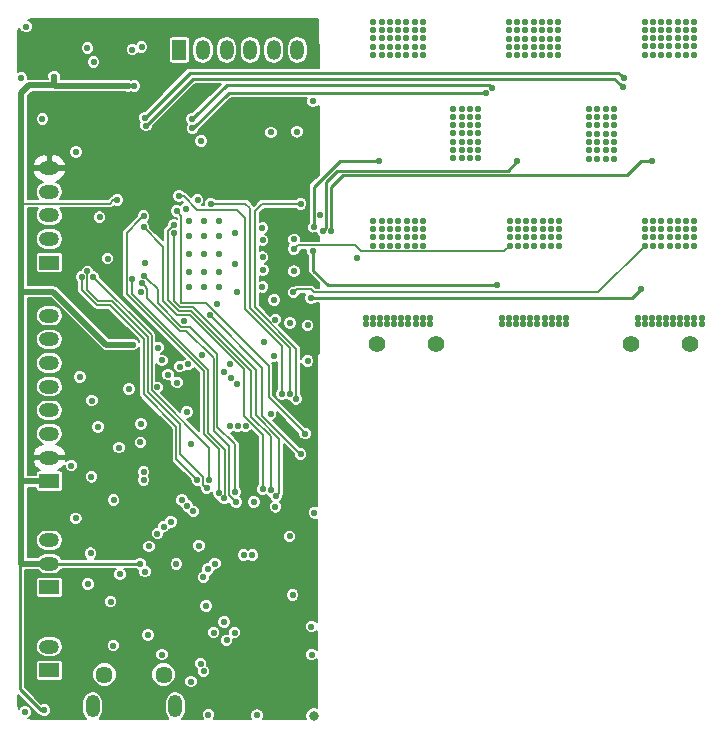
<source format=gbr>
G04 #@! TF.GenerationSoftware,KiCad,Pcbnew,(2017-08-25 revision dd37d0595)-makepkg*
G04 #@! TF.CreationDate,2018-04-16T21:33:21-04:00*
G04 #@! TF.ProjectId,VESC_6.4,564553435F362E342E6B696361645F70,rev?*
G04 #@! TF.SameCoordinates,Original*
G04 #@! TF.FileFunction,Copper,L2,Inr,Signal*
G04 #@! TF.FilePolarity,Positive*
%FSLAX46Y46*%
G04 Gerber Fmt 4.6, Leading zero omitted, Abs format (unit mm)*
G04 Created by KiCad (PCBNEW (2017-08-25 revision dd37d0595)-makepkg) date 04/16/18 21:33:21*
%MOMM*%
%LPD*%
G01*
G04 APERTURE LIST*
%ADD10C,0.546100*%
%ADD11O,1.200000X1.900000*%
%ADD12C,1.450000*%
%ADD13C,1.400000*%
%ADD14O,1.700000X1.200000*%
%ADD15R,1.700000X1.200000*%
%ADD16O,1.200000X1.700000*%
%ADD17R,1.200000X1.700000*%
%ADD18C,0.800000*%
%ADD19C,0.500000*%
%ADD20C,0.250000*%
%ADD21C,0.200000*%
G04 APERTURE END LIST*
D10*
X146084680Y-90723800D03*
X133507480Y-67335400D03*
X123631960Y-123667520D03*
X135234680Y-118795800D03*
X137698480Y-121081800D03*
X134066280Y-117119400D03*
X131119880Y-118033800D03*
X134142480Y-109626400D03*
X136453880Y-111125000D03*
X128960880Y-112826800D03*
X137342880Y-98247200D03*
X144429480Y-98450400D03*
X146436080Y-83642200D03*
X146410680Y-86334600D03*
X129443480Y-68605400D03*
X144734280Y-93522800D03*
X147579080Y-93929200D03*
X138562080Y-75311000D03*
X144480280Y-74574400D03*
X146664680Y-74523600D03*
X129189480Y-110210600D03*
X139171680Y-123875800D03*
X143286480Y-123926600D03*
X147909680Y-118798800D03*
X146309080Y-113741200D03*
X148137880Y-106781600D03*
X137241280Y-81051400D03*
X138257280Y-80314800D03*
X139908280Y-89103200D03*
X130637280Y-85267800D03*
X129951480Y-81762600D03*
X129265680Y-103733600D03*
X138358880Y-109575600D03*
X137703560Y-100965000D03*
X147899120Y-116423440D03*
X123344940Y-69979540D03*
X123743720Y-65628520D03*
X180298200Y-68001800D03*
X179598200Y-68001800D03*
X178898200Y-68001800D03*
X178198200Y-68001800D03*
X177498200Y-68001800D03*
X176798200Y-68001800D03*
X176098200Y-68001800D03*
X180298200Y-67301800D03*
X179598200Y-67301800D03*
X178898200Y-67301800D03*
X178198200Y-67301800D03*
X177498200Y-67301800D03*
X176798200Y-67301800D03*
X176098200Y-67301800D03*
X180298200Y-66601800D03*
X179598200Y-66601800D03*
X178898200Y-66601800D03*
X178198200Y-66601800D03*
X177498200Y-66601800D03*
X176798200Y-66601800D03*
X176098200Y-66601800D03*
X180298200Y-65901800D03*
X179598200Y-65901800D03*
X178898200Y-65901800D03*
X178198200Y-65901800D03*
X177498200Y-65901800D03*
X176798200Y-65901800D03*
X176098200Y-65901800D03*
X180298200Y-65201800D03*
X179598200Y-65201800D03*
X178898200Y-65201800D03*
X178198200Y-65201800D03*
X177498200Y-65201800D03*
X176798200Y-65201800D03*
X157336600Y-68022120D03*
X156636600Y-68022120D03*
X155936600Y-68022120D03*
X155236600Y-68022120D03*
X154536600Y-68022120D03*
X153836600Y-68022120D03*
X153136600Y-68022120D03*
X157336600Y-67322120D03*
X156636600Y-67322120D03*
X155936600Y-67322120D03*
X155236600Y-67322120D03*
X154536600Y-67322120D03*
X153836600Y-67322120D03*
X153136600Y-67322120D03*
X157336600Y-66622120D03*
X156636600Y-66622120D03*
X155936600Y-66622120D03*
X155236600Y-66622120D03*
X154536600Y-66622120D03*
X153836600Y-66622120D03*
X153136600Y-66622120D03*
X157336600Y-65922120D03*
X156636600Y-65922120D03*
X155936600Y-65922120D03*
X155236600Y-65922120D03*
X154536600Y-65922120D03*
X153836600Y-65922120D03*
X153136600Y-65922120D03*
X157336600Y-65222120D03*
X156636600Y-65222120D03*
X155936600Y-65222120D03*
X155236600Y-65222120D03*
X154536600Y-65222120D03*
X153836600Y-65222120D03*
X176098200Y-65201800D03*
X153136600Y-65222120D03*
X168804700Y-68039900D03*
X168104700Y-68039900D03*
X167404700Y-68039900D03*
X166704700Y-68039900D03*
X166004700Y-68039900D03*
X165304700Y-68039900D03*
X164604700Y-68039900D03*
X168804700Y-67339900D03*
X168104700Y-67339900D03*
X167404700Y-67339900D03*
X166704700Y-67339900D03*
X166004700Y-67339900D03*
X165304700Y-67339900D03*
X164604700Y-67339900D03*
X168804700Y-66639900D03*
X168104700Y-66639900D03*
X167404700Y-66639900D03*
X166704700Y-66639900D03*
X166004700Y-66639900D03*
X165304700Y-66639900D03*
X164604700Y-66639900D03*
X168804700Y-65939900D03*
X168104700Y-65939900D03*
X167404700Y-65939900D03*
X166704700Y-65939900D03*
X166004700Y-65939900D03*
X165304700Y-65939900D03*
X164604700Y-65939900D03*
X168804700Y-65239900D03*
X168104700Y-65239900D03*
X167404700Y-65239900D03*
X166704700Y-65239900D03*
X166004700Y-65239900D03*
X165304700Y-65239900D03*
X164604700Y-65239900D03*
X162005700Y-76767800D03*
X161305700Y-76067800D03*
X162005700Y-74667800D03*
X161305700Y-76767800D03*
X162005700Y-72567800D03*
X160605700Y-76067800D03*
X160605700Y-76767800D03*
X160605700Y-75367800D03*
X160605700Y-73967800D03*
X159905700Y-74667800D03*
X162005700Y-73967800D03*
X159905700Y-76067800D03*
X161305700Y-75367800D03*
X161305700Y-74667800D03*
X159905700Y-76767800D03*
X160605700Y-72567800D03*
X161305700Y-73267800D03*
X159905700Y-75367800D03*
X162005700Y-76067800D03*
X161305700Y-73967800D03*
X162005700Y-73267800D03*
X159905700Y-72567800D03*
X162005700Y-75367800D03*
X160605700Y-74667800D03*
X159905700Y-73967800D03*
X160605700Y-73267800D03*
X161305700Y-72567800D03*
X159905700Y-73267800D03*
X173511900Y-76793200D03*
X172811900Y-76793200D03*
X172111900Y-76793200D03*
X171411900Y-76793200D03*
X173511900Y-76093200D03*
X172811900Y-76093200D03*
X172111900Y-76093200D03*
X171411900Y-76093200D03*
X173511900Y-75393200D03*
X172811900Y-75393200D03*
X172111900Y-75393200D03*
X171411900Y-75393200D03*
X173511900Y-74693200D03*
X172811900Y-74693200D03*
X172111900Y-74693200D03*
X171411900Y-74693200D03*
X173511900Y-73993200D03*
X172811900Y-73993200D03*
X172111900Y-73993200D03*
X171411900Y-73993200D03*
X173511900Y-73293200D03*
X172811900Y-73293200D03*
X172111900Y-73293200D03*
X171411900Y-73293200D03*
X173511900Y-72593200D03*
X172811900Y-72593200D03*
X172111900Y-72593200D03*
X171411900Y-72593200D03*
X157349300Y-84154700D03*
X156649300Y-84154700D03*
X155949300Y-84154700D03*
X155249300Y-84154700D03*
X154549300Y-84154700D03*
X153849300Y-84154700D03*
X153149300Y-84154700D03*
X157349300Y-83454700D03*
X156649300Y-83454700D03*
X155949300Y-83454700D03*
X155249300Y-83454700D03*
X154549300Y-83454700D03*
X153849300Y-83454700D03*
X153149300Y-83454700D03*
X157349300Y-82754700D03*
X156649300Y-82754700D03*
X155949300Y-82754700D03*
X155249300Y-82754700D03*
X154549300Y-82754700D03*
X153849300Y-82754700D03*
X153149300Y-82754700D03*
X157349300Y-82054700D03*
X156649300Y-82054700D03*
X155949300Y-82054700D03*
X155249300Y-82054700D03*
X154549300Y-82054700D03*
X153849300Y-82054700D03*
X168868200Y-84167400D03*
X168168200Y-84167400D03*
X167468200Y-84167400D03*
X166768200Y-84167400D03*
X166068200Y-84167400D03*
X165368200Y-84167400D03*
X164668200Y-84167400D03*
X168868200Y-83467400D03*
X168168200Y-83467400D03*
X167468200Y-83467400D03*
X166768200Y-83467400D03*
X166068200Y-83467400D03*
X165368200Y-83467400D03*
X164668200Y-83467400D03*
X168868200Y-82767400D03*
X168168200Y-82767400D03*
X167468200Y-82767400D03*
X166768200Y-82767400D03*
X166068200Y-82767400D03*
X165368200Y-82767400D03*
X164668200Y-82767400D03*
X168868200Y-82067400D03*
X168168200Y-82067400D03*
X167468200Y-82067400D03*
X166768200Y-82067400D03*
X166068200Y-82067400D03*
X165368200Y-82067400D03*
X153149300Y-82054700D03*
X164668200Y-82067400D03*
X180310900Y-84154700D03*
X179610900Y-84154700D03*
X178910900Y-84154700D03*
X178210900Y-84154700D03*
X177510900Y-84154700D03*
X176810900Y-84154700D03*
X176110900Y-84154700D03*
X180310900Y-83454700D03*
X179610900Y-83454700D03*
X178910900Y-83454700D03*
X178210900Y-83454700D03*
X177510900Y-83454700D03*
X176810900Y-83454700D03*
X176110900Y-83454700D03*
X180310900Y-82754700D03*
X179610900Y-82754700D03*
X178910900Y-82754700D03*
X178210900Y-82754700D03*
X177510900Y-82754700D03*
X176810900Y-82754700D03*
X176110900Y-82754700D03*
X180310900Y-82054700D03*
X179610900Y-82054700D03*
X178910900Y-82054700D03*
X178210900Y-82054700D03*
X177510900Y-82054700D03*
X176810900Y-82054700D03*
X176110900Y-82054700D03*
D11*
X129372480Y-123182900D03*
X136372480Y-123182900D03*
D12*
X130372480Y-120482900D03*
X135372480Y-120482900D03*
D13*
X174957400Y-92504900D03*
X179957400Y-92504900D03*
X158457400Y-92504900D03*
X153457400Y-92504900D03*
D14*
X125707400Y-118116600D03*
D15*
X125707400Y-120116600D03*
D16*
X146707400Y-67604900D03*
X144707400Y-67604900D03*
X142707400Y-67604900D03*
X140707400Y-67604900D03*
X138707400Y-67604900D03*
D17*
X136707400Y-67604900D03*
D14*
X125707400Y-90104900D03*
X125707400Y-92104900D03*
X125707400Y-94104900D03*
X125707400Y-96104900D03*
X125707400Y-98104900D03*
X125707400Y-100104900D03*
X125707400Y-102104900D03*
D15*
X125707400Y-104104900D03*
D14*
X125707400Y-109104900D03*
X125707400Y-111104900D03*
D15*
X125707400Y-113104900D03*
D14*
X125707400Y-77604900D03*
X125707400Y-79604900D03*
X125707400Y-81604900D03*
X125707400Y-83604900D03*
D15*
X125707400Y-85604900D03*
D10*
X134859540Y-108546900D03*
X137900237Y-106663663D03*
X133454140Y-99271678D03*
X140715030Y-117583655D03*
X142886864Y-110374144D03*
X134919059Y-92791280D03*
X148036280Y-71958200D03*
X143017240Y-105879900D03*
X146044920Y-108780580D03*
X132435600Y-96296480D03*
X128285240Y-95295720D03*
X138798300Y-84874100D03*
X140096600Y-84874100D03*
X137500000Y-84874100D03*
X140096600Y-86374100D03*
X138798300Y-86374100D03*
X137500000Y-86374100D03*
X140096600Y-83374100D03*
X138798300Y-83374100D03*
X137500000Y-83374100D03*
X138798300Y-82074100D03*
X140096600Y-87674100D03*
X138798300Y-87674100D03*
X137500000Y-87674100D03*
X140096600Y-82074100D03*
X137500000Y-82074100D03*
X127952500Y-76238100D03*
X125120400Y-73431400D03*
X141389472Y-116925782D03*
X140505589Y-116041899D03*
X139621706Y-116925782D03*
X130898900Y-114312700D03*
X131145280Y-105709720D03*
X127563880Y-102782978D03*
X132727700Y-67564000D03*
X142326563Y-99457516D03*
X129284680Y-96348800D03*
X145846768Y-110598800D03*
X140133687Y-114725574D03*
X133259680Y-79573800D03*
X145234676Y-78298800D03*
X138003280Y-96032320D03*
X143717395Y-81614395D03*
X131869180Y-91025980D03*
X144782220Y-95275400D03*
X133258560Y-97114360D03*
X132735320Y-97109280D03*
X137698480Y-120192800D03*
X139120880Y-78486000D03*
X132407660Y-94701360D03*
X132440680Y-99004120D03*
X148221700Y-83299300D03*
X144475200Y-108270040D03*
X127817880Y-92552520D03*
X143824898Y-117531319D03*
X143116300Y-114757200D03*
X132110480Y-106908600D03*
X146989800Y-97713800D03*
X130352800Y-68808600D03*
X129324100Y-115798600D03*
X140975080Y-99458780D03*
X141653050Y-99438970D03*
X125277880Y-123494800D03*
X133380480Y-111099600D03*
X131452620Y-80307180D03*
X132781040Y-92547440D03*
X132897880Y-70637400D03*
X132334000Y-70642480D03*
X126111000Y-69862700D03*
X147576540Y-90921840D03*
X152511800Y-90271600D03*
X152511800Y-90766900D03*
X153111800Y-90766900D03*
X153711800Y-90766900D03*
X154311800Y-90766900D03*
X154911800Y-90766900D03*
X155511800Y-90766900D03*
X156111800Y-90766900D03*
X156711800Y-90766900D03*
X157311800Y-90766900D03*
X153111800Y-90271600D03*
X153711800Y-90271600D03*
X154311800Y-90271600D03*
X154911800Y-90271600D03*
X155511800Y-90271600D03*
X156111800Y-90271600D03*
X156711800Y-90271600D03*
X157311800Y-90271600D03*
X157911800Y-90271600D03*
X157911800Y-90766900D03*
X164030700Y-90271600D03*
X164630700Y-90271600D03*
X165230700Y-90271600D03*
X165830700Y-90271600D03*
X166430700Y-90271600D03*
X167030700Y-90271600D03*
X167630700Y-90271600D03*
X168230700Y-90271600D03*
X168830700Y-90271600D03*
X164030700Y-90766900D03*
X164630700Y-90766900D03*
X165230700Y-90766900D03*
X165830700Y-90766900D03*
X166430700Y-90766900D03*
X167030700Y-90766900D03*
X167630700Y-90766900D03*
X168230700Y-90766900D03*
X168830700Y-90766900D03*
X169430700Y-90271600D03*
X169430700Y-90766900D03*
X175522600Y-90271600D03*
X176122600Y-90271600D03*
X176722600Y-90271600D03*
X177322600Y-90271600D03*
X177922600Y-90271600D03*
X178522600Y-90271600D03*
X179122600Y-90271600D03*
X179722600Y-90271600D03*
X180322600Y-90271600D03*
X175522600Y-90766900D03*
X176122600Y-90766900D03*
X176722600Y-90766900D03*
X177322600Y-90766900D03*
X177922600Y-90766900D03*
X178522600Y-90766900D03*
X179122600Y-90766900D03*
X179722600Y-90766900D03*
X180322600Y-90766900D03*
X180922600Y-90766900D03*
X180922600Y-90271600D03*
X148635720Y-81575180D03*
X141414500Y-83121500D03*
X141459676Y-85698800D03*
X146400520Y-84460080D03*
X141579532Y-88124105D03*
X146375120Y-88132920D03*
X146984680Y-80623800D03*
X146627788Y-97137393D03*
X141557158Y-95840661D03*
X146080379Y-96745701D03*
X141058755Y-95378927D03*
X139374880Y-80619600D03*
X136684680Y-79973800D03*
X145407380Y-96733360D03*
X140528040Y-94869000D03*
X143873996Y-92295105D03*
X144842615Y-90432505D03*
X136740900Y-94404180D03*
X134858525Y-96164400D03*
X138769343Y-120204682D03*
X138509680Y-119548800D03*
D18*
X148082000Y-123964700D03*
D10*
X133692900Y-104000673D03*
X133692900Y-103327560D03*
X129440620Y-86842600D03*
X139243165Y-104029443D03*
X128928180Y-86354920D03*
X139013000Y-104671877D03*
X128428120Y-86827845D03*
X138243053Y-104026768D03*
X128930400Y-67437000D03*
X131609680Y-101273800D03*
X129301280Y-97282000D03*
X129832100Y-99529900D03*
X133409680Y-100827560D03*
X144851120Y-106273600D03*
X142151100Y-110367360D03*
X127939800Y-107251500D03*
X139710494Y-111078563D03*
X139134680Y-111548860D03*
X140970895Y-94173810D03*
X138611225Y-93422855D03*
X137458711Y-94219421D03*
X136526198Y-95755657D03*
X143725900Y-82664507D03*
X143753941Y-83714619D03*
X137809663Y-74246817D03*
X162636200Y-71272400D03*
X143759678Y-85148800D03*
X143776700Y-86223911D03*
X174251620Y-70759320D03*
X133892695Y-74008148D03*
X143734680Y-87648800D03*
X144741900Y-88773000D03*
X133809680Y-111773800D03*
X136943969Y-105718543D03*
X131686300Y-111988600D03*
X135384600Y-107950000D03*
X135984680Y-107548800D03*
X137398219Y-106215269D03*
X147367427Y-100086993D03*
X136474200Y-81241900D03*
X146975168Y-101826060D03*
X139273816Y-90067864D03*
X133843082Y-85624040D03*
X143758920Y-104795320D03*
X133695440Y-82626200D03*
X144454841Y-104854325D03*
X136245600Y-82428080D03*
X136267551Y-83113321D03*
X144905012Y-105354750D03*
X133510284Y-87348927D03*
X141523720Y-105872280D03*
X133709680Y-86698800D03*
X141428036Y-105026321D03*
X132742620Y-86959440D03*
X140508740Y-105562534D03*
X133684676Y-81673800D03*
X140027523Y-105091886D03*
X133465742Y-88084770D03*
X137133135Y-90567473D03*
X135241884Y-93879164D03*
X135739129Y-95095456D03*
X138984676Y-114673800D03*
X138747500Y-112242600D03*
X137798368Y-73448800D03*
X163195000Y-70815200D03*
X174363380Y-70007480D03*
X133805280Y-73340737D03*
X148117984Y-82625300D03*
X153606500Y-77000100D03*
X151711660Y-85222080D03*
X165341300Y-77012800D03*
X148844000Y-82905600D03*
X149539127Y-82959773D03*
X176733200Y-77000100D03*
X163565840Y-87533478D03*
X148041360Y-84637880D03*
X147859680Y-88598800D03*
X175783240Y-87858600D03*
D19*
X123329700Y-88074500D02*
X126042420Y-88074500D01*
X126042420Y-88074500D02*
X130515360Y-92547440D01*
X130515360Y-92547440D02*
X132462842Y-92547440D01*
X132462842Y-92547440D02*
X132781040Y-92547440D01*
D20*
X125277880Y-123494800D02*
X124959682Y-123494800D01*
X124959682Y-123494800D02*
X123195080Y-121730198D01*
X123195080Y-121730198D02*
X123195080Y-109032040D01*
X123195080Y-109032040D02*
X123329700Y-108897420D01*
D19*
X123329700Y-108897420D02*
X123329700Y-111099600D01*
X123329700Y-111099600D02*
X125404880Y-111099600D01*
X123329700Y-104114600D02*
X123329700Y-108897420D01*
D20*
X133380480Y-111099600D02*
X125712700Y-111099600D01*
X125712700Y-111099600D02*
X125707400Y-111104900D01*
D19*
X123329700Y-71247000D02*
X123329700Y-80606900D01*
X123329700Y-80606900D02*
X123329700Y-88074500D01*
D21*
X131452620Y-80307180D02*
X131134422Y-80307180D01*
X131134422Y-80307180D02*
X130834702Y-80606900D01*
X130834702Y-80606900D02*
X123329700Y-80606900D01*
D19*
X132015802Y-70642480D02*
X132334000Y-70642480D01*
X126154180Y-70642480D02*
X132015802Y-70642480D01*
X126111000Y-70599300D02*
X126154180Y-70642480D01*
X126111000Y-70599300D02*
X123977400Y-70599300D01*
X126111000Y-70599300D02*
X126111000Y-69862700D01*
X123329700Y-88074500D02*
X123329700Y-104114600D01*
X125707400Y-104104900D02*
X123339400Y-104104900D01*
X123339400Y-104104900D02*
X123329700Y-104114600D01*
X123977400Y-70599300D02*
X123329700Y-71247000D01*
D21*
X146673569Y-84187031D02*
X146400520Y-84460080D01*
X164180849Y-84654751D02*
X152059667Y-84654751D01*
X151542745Y-84137829D02*
X146722771Y-84137829D01*
X164668200Y-84167400D02*
X164180849Y-84654751D01*
X152059667Y-84654751D02*
X151542745Y-84137829D01*
X146722771Y-84137829D02*
X146673569Y-84187031D01*
X146648169Y-87859871D02*
X146375120Y-88132920D01*
X176110900Y-84154700D02*
X172132680Y-88132920D01*
X148133878Y-88132920D02*
X147860829Y-87859871D01*
X172132680Y-88132920D02*
X148133878Y-88132920D01*
X147860829Y-87859871D02*
X146648169Y-87859871D01*
X146627788Y-97137393D02*
X146627788Y-92924870D01*
X146627788Y-92924870D02*
X143098520Y-89395602D01*
X143098520Y-89395602D02*
X143098520Y-81259960D01*
X143098520Y-81259960D02*
X143734680Y-80623800D01*
X143734680Y-80623800D02*
X146598529Y-80623800D01*
X146598529Y-80623800D02*
X146984680Y-80623800D01*
X146080379Y-92844165D02*
X146080379Y-96359550D01*
X139374880Y-80619600D02*
X142303500Y-80619600D01*
X142303500Y-80619600D02*
X142659100Y-80975200D01*
X142659100Y-89422886D02*
X146080379Y-92844165D01*
X142659100Y-80975200D02*
X142659100Y-89422886D01*
X146080379Y-96359550D02*
X146080379Y-96745701D01*
X137070831Y-79973800D02*
X136684680Y-79973800D01*
X141604671Y-81119651D02*
X138216682Y-81119651D01*
X142308580Y-89539070D02*
X142308580Y-81823560D01*
X138216682Y-81119651D02*
X137070831Y-79973800D01*
X145407380Y-92637870D02*
X142308580Y-89539070D01*
X145407380Y-96733360D02*
X145407380Y-92637870D01*
X142308580Y-81823560D02*
X141604671Y-81119651D01*
X134364648Y-91766308D02*
X134364648Y-95918201D01*
X134364648Y-95918201D02*
X134358474Y-95924375D01*
X134358474Y-95924375D02*
X134358474Y-96398251D01*
X129440940Y-86842600D02*
X134364648Y-91766308D01*
X139243165Y-101282942D02*
X139243165Y-103643292D01*
X139243165Y-103643292D02*
X139243165Y-104029443D01*
X129440620Y-86842600D02*
X129440940Y-86842600D01*
X134358474Y-96398251D02*
X139243165Y-101282942D01*
X128928180Y-86741071D02*
X128928180Y-86354920D01*
X134037637Y-91901759D02*
X131000507Y-88864629D01*
X128928180Y-87948474D02*
X128928180Y-86741071D01*
X134031463Y-96539877D02*
X134031463Y-95788923D01*
X136794429Y-99302843D02*
X134031463Y-96539877D01*
X134031463Y-95788923D02*
X134037637Y-95782749D01*
X136794429Y-101838066D02*
X136794429Y-99302843D01*
X138743105Y-104401982D02*
X138743105Y-103786742D01*
X129844335Y-88864629D02*
X128928180Y-87948474D01*
X138743105Y-103786742D02*
X136794429Y-101838066D01*
X134037637Y-95782749D02*
X134037637Y-91901759D01*
X131000507Y-88864629D02*
X129844335Y-88864629D01*
X139013000Y-104671877D02*
X138743105Y-104401982D01*
X128428120Y-87213996D02*
X128428120Y-86827845D01*
X129707640Y-89194640D02*
X128428120Y-87915120D01*
X133704452Y-92031036D02*
X130868056Y-89194640D01*
X136464418Y-102248133D02*
X136464418Y-99506110D01*
X133704452Y-96746144D02*
X133704452Y-92031036D01*
X138243053Y-104026768D02*
X136464418Y-102248133D01*
X128428120Y-87915120D02*
X128428120Y-87213996D01*
X130868056Y-89194640D02*
X129707640Y-89194640D01*
X136464418Y-99506110D02*
X133704452Y-96746144D01*
D20*
X137902423Y-74246817D02*
X137809663Y-74246817D01*
X140876840Y-71272400D02*
X137902423Y-74246817D01*
X162636200Y-71272400D02*
X140876840Y-71272400D01*
X173509940Y-70017640D02*
X173978571Y-70486271D01*
X137883203Y-70017640D02*
X173509940Y-70017640D01*
X133892695Y-74008148D02*
X137883203Y-70017640D01*
X173978571Y-70486271D02*
X174251620Y-70759320D01*
D21*
X144282160Y-97001726D02*
X147094378Y-99813944D01*
X144282160Y-94336130D02*
X144282160Y-97001726D01*
X136879539Y-81647239D02*
X136879539Y-89000539D01*
X136926320Y-89047320D02*
X138993350Y-89047320D01*
X136474200Y-81241900D02*
X136879539Y-81647239D01*
X138993350Y-89047320D02*
X144282160Y-94336130D01*
X136879539Y-89000539D02*
X136926320Y-89047320D01*
X147094378Y-99813944D02*
X147367427Y-100086993D01*
X146702119Y-101553011D02*
X146975168Y-101826060D01*
X143723360Y-98574252D02*
X146702119Y-101553011D01*
X143723360Y-94517408D02*
X143723360Y-98574252D01*
X139273816Y-90067864D02*
X143723360Y-94517408D01*
X143758920Y-100182680D02*
X143758920Y-104409169D01*
X135315960Y-88837078D02*
X136526392Y-90047510D01*
X135315960Y-84246720D02*
X135315960Y-88837078D01*
X142179040Y-98602800D02*
X143758920Y-100182680D01*
X142179040Y-94635320D02*
X142179040Y-98602800D01*
X133695440Y-82626200D02*
X135315960Y-84246720D01*
X136526392Y-90047510D02*
X137591231Y-90047511D01*
X137591231Y-90047511D02*
X142179040Y-94635320D01*
X143758920Y-104409169D02*
X143758920Y-104795320D01*
X135732520Y-82941160D02*
X135732520Y-88786932D01*
X144454841Y-100324881D02*
X144454841Y-104468174D01*
X136663088Y-89717500D02*
X137738741Y-89717501D01*
X144454841Y-104468174D02*
X144454841Y-104854325D01*
X142793720Y-94772480D02*
X142793720Y-98663760D01*
X142793720Y-98663760D02*
X144454841Y-100324881D01*
X137738741Y-89717501D02*
X142793720Y-94772480D01*
X136245600Y-82428080D02*
X135732520Y-82941160D01*
X135732520Y-88786932D02*
X136663088Y-89717500D01*
X136799784Y-89387490D02*
X136267551Y-88855257D01*
X136267551Y-88855257D02*
X136267551Y-83499472D01*
X145178061Y-105081701D02*
X145178061Y-100528025D01*
X144905012Y-105354750D02*
X145178061Y-105081701D01*
X137886251Y-89387491D02*
X136799784Y-89387490D01*
X143195040Y-98545004D02*
X143195040Y-94696280D01*
X136267551Y-83499472D02*
X136267551Y-83113321D01*
X145178061Y-100528025D02*
X143195040Y-98545004D01*
X143195040Y-94696280D02*
X137886251Y-89387491D01*
X137290097Y-91394535D02*
X136757658Y-91394535D01*
X139608750Y-99842510D02*
X139608750Y-93713188D01*
X133783333Y-87621976D02*
X133510284Y-87348927D01*
X136757658Y-91394535D02*
X133965802Y-88602679D01*
X133965802Y-88602679D02*
X133965802Y-87804445D01*
X141523720Y-105872280D02*
X140911239Y-105259799D01*
X139608750Y-93713188D02*
X137290097Y-91394535D01*
X140911239Y-101144999D02*
X139608750Y-99842510D01*
X140911239Y-105259799D02*
X140911239Y-101144999D01*
X133965802Y-87804445D02*
X133783333Y-87621976D01*
X133982729Y-86971849D02*
X133709680Y-86698800D01*
X134879080Y-87868200D02*
X133982729Y-86971849D01*
X139938760Y-99486720D02*
X139938760Y-93375480D01*
X139938760Y-93375480D02*
X137630804Y-91067524D01*
X141428036Y-100975996D02*
X139938760Y-99486720D01*
X141428036Y-105026321D02*
X141428036Y-100975996D01*
X137630804Y-91067524D02*
X136893110Y-91067524D01*
X136893110Y-91067524D02*
X134879080Y-89053494D01*
X134879080Y-89053494D02*
X134879080Y-87868200D01*
X140536002Y-105535272D02*
X140508740Y-105562534D01*
X140536002Y-101440322D02*
X140536002Y-105535272D01*
X139110720Y-100015040D02*
X140536002Y-101440322D01*
X139110720Y-94662426D02*
X139110720Y-100015040D01*
X132742620Y-86959440D02*
X132742620Y-88294326D01*
X132742620Y-88294326D02*
X139110720Y-94662426D01*
X132242560Y-83115916D02*
X133411627Y-81946849D01*
X133411627Y-81946849D02*
X133684676Y-81673800D01*
X132242560Y-88256729D02*
X132242560Y-83115916D01*
X138775440Y-94789609D02*
X132242560Y-88256729D01*
X138775440Y-100146466D02*
X138775440Y-94789609D01*
X140027523Y-101398549D02*
X138775440Y-100146466D01*
X140027523Y-105091886D02*
X140027523Y-101398549D01*
D20*
X163195000Y-70815200D02*
X162921951Y-70542151D01*
X162921951Y-70542151D02*
X140705017Y-70542151D01*
X140705017Y-70542151D02*
X138071417Y-73175751D01*
X138071417Y-73175751D02*
X137798368Y-73448800D01*
X174090331Y-69734431D02*
X174363380Y-70007480D01*
X173889389Y-69533489D02*
X174090331Y-69734431D01*
X137612528Y-69533489D02*
X173889389Y-69533489D01*
X133805280Y-73340737D02*
X137612528Y-69533489D01*
X153606500Y-77000100D02*
X150283380Y-77000100D01*
X150283380Y-77000100D02*
X148107400Y-79176080D01*
X148107400Y-79176080D02*
X148107400Y-82614716D01*
X148107400Y-82614716D02*
X148117984Y-82625300D01*
X149117049Y-82632551D02*
X148844000Y-82905600D01*
X149160771Y-82588829D02*
X149117049Y-82632551D01*
X150075900Y-77838300D02*
X149160771Y-78753429D01*
X164515800Y-77838300D02*
X150075900Y-77838300D01*
X165341300Y-77012800D02*
X164515800Y-77838300D01*
X149160771Y-78753429D02*
X149160771Y-82588829D01*
X150546789Y-78218311D02*
X174587889Y-78218311D01*
X174587889Y-78218311D02*
X175806100Y-77000100D01*
X175806100Y-77000100D02*
X176733200Y-77000100D01*
X149580600Y-79184500D02*
X149580600Y-82918300D01*
X150546789Y-78218311D02*
X149580600Y-79184500D01*
X148041360Y-84637880D02*
X148041360Y-86299040D01*
X149275798Y-87533478D02*
X163247642Y-87533478D01*
X148041360Y-86299040D02*
X149275798Y-87533478D01*
X163247642Y-87533478D02*
X163565840Y-87533478D01*
X148245831Y-88598800D02*
X147859680Y-88598800D01*
X175043040Y-88598800D02*
X148245831Y-88598800D01*
X175783240Y-87858600D02*
X175043040Y-88598800D01*
D21*
G36*
X148492812Y-69108489D02*
X137612528Y-69108489D01*
X137449887Y-69140840D01*
X137312008Y-69232968D01*
X133777315Y-72767662D01*
X133691793Y-72767587D01*
X133481097Y-72854645D01*
X133319755Y-73015706D01*
X133232329Y-73226250D01*
X133232130Y-73454224D01*
X133319188Y-73664920D01*
X133386660Y-73732510D01*
X133319744Y-73893661D01*
X133319545Y-74121635D01*
X133406603Y-74332331D01*
X133567664Y-74493673D01*
X133778208Y-74581099D01*
X134006182Y-74581298D01*
X134216878Y-74494240D01*
X134378220Y-74333179D01*
X134465646Y-74122635D01*
X134465721Y-74036162D01*
X138059244Y-70442640D01*
X140203488Y-70442640D01*
X137770900Y-72875228D01*
X137770897Y-72875230D01*
X137770402Y-72875725D01*
X137684881Y-72875650D01*
X137474185Y-72962708D01*
X137312843Y-73123769D01*
X137225417Y-73334313D01*
X137225218Y-73562287D01*
X137312276Y-73772983D01*
X137392598Y-73853445D01*
X137324138Y-73921786D01*
X137236712Y-74132330D01*
X137236513Y-74360304D01*
X137323571Y-74571000D01*
X137484632Y-74732342D01*
X137695176Y-74819768D01*
X137923150Y-74819967D01*
X138133846Y-74732909D01*
X138178946Y-74687887D01*
X143907130Y-74687887D01*
X143994188Y-74898583D01*
X144155249Y-75059925D01*
X144365793Y-75147351D01*
X144593767Y-75147550D01*
X144804463Y-75060492D01*
X144965805Y-74899431D01*
X145053231Y-74688887D01*
X145053276Y-74637087D01*
X146091530Y-74637087D01*
X146178588Y-74847783D01*
X146339649Y-75009125D01*
X146550193Y-75096551D01*
X146778167Y-75096750D01*
X146988863Y-75009692D01*
X147150205Y-74848631D01*
X147237631Y-74638087D01*
X147237830Y-74410113D01*
X147150772Y-74199417D01*
X146989711Y-74038075D01*
X146779167Y-73950649D01*
X146551193Y-73950450D01*
X146340497Y-74037508D01*
X146179155Y-74198569D01*
X146091729Y-74409113D01*
X146091530Y-74637087D01*
X145053276Y-74637087D01*
X145053430Y-74460913D01*
X144966372Y-74250217D01*
X144805311Y-74088875D01*
X144594767Y-74001449D01*
X144366793Y-74001250D01*
X144156097Y-74088308D01*
X143994755Y-74249369D01*
X143907329Y-74459913D01*
X143907130Y-74687887D01*
X138178946Y-74687887D01*
X138295188Y-74571848D01*
X138378096Y-74372184D01*
X141052880Y-71697400D01*
X147524084Y-71697400D01*
X147463329Y-71843713D01*
X147463130Y-72071687D01*
X147550188Y-72282383D01*
X147711249Y-72443725D01*
X147921793Y-72531151D01*
X148149767Y-72531350D01*
X148360463Y-72444292D01*
X148494850Y-72310139D01*
X148498591Y-78183849D01*
X147806880Y-78875560D01*
X147714751Y-79013439D01*
X147714751Y-79013440D01*
X147682400Y-79176080D01*
X147682400Y-82250415D01*
X147632459Y-82300269D01*
X147545033Y-82510813D01*
X147544834Y-82738787D01*
X147631892Y-82949483D01*
X147792953Y-83110825D01*
X148003497Y-83198251D01*
X148231471Y-83198450D01*
X148328411Y-83158395D01*
X148357908Y-83229783D01*
X148501896Y-83374022D01*
X148502128Y-83737829D01*
X147009047Y-83737829D01*
X147009230Y-83528713D01*
X146922172Y-83318017D01*
X146761111Y-83156675D01*
X146550567Y-83069249D01*
X146322593Y-83069050D01*
X146111897Y-83156108D01*
X145950555Y-83317169D01*
X145863129Y-83527713D01*
X145862930Y-83755687D01*
X145949988Y-83966383D01*
X146016855Y-84033367D01*
X145914995Y-84135049D01*
X145827569Y-84345593D01*
X145827370Y-84573567D01*
X145914428Y-84784263D01*
X146075489Y-84945605D01*
X146286033Y-85033031D01*
X146514007Y-85033230D01*
X146724703Y-84946172D01*
X146886045Y-84785111D01*
X146973471Y-84574567D01*
X146973503Y-84537829D01*
X147468396Y-84537829D01*
X147468210Y-84751367D01*
X147555268Y-84962063D01*
X147616360Y-85023262D01*
X147616360Y-86299040D01*
X147633715Y-86386290D01*
X147648711Y-86461681D01*
X147740840Y-86599560D01*
X148504436Y-87363156D01*
X148504672Y-87732920D01*
X148299563Y-87732920D01*
X148143672Y-87577028D01*
X148013903Y-87490319D01*
X147860829Y-87459871D01*
X146648174Y-87459871D01*
X146648169Y-87459870D01*
X146495096Y-87490319D01*
X146390986Y-87559883D01*
X146261633Y-87559770D01*
X146050937Y-87646828D01*
X145889595Y-87807889D01*
X145802169Y-88018433D01*
X145801970Y-88246407D01*
X145889028Y-88457103D01*
X146050089Y-88618445D01*
X146260633Y-88705871D01*
X146488607Y-88706070D01*
X146699303Y-88619012D01*
X146860645Y-88457951D01*
X146942895Y-88259871D01*
X147388077Y-88259871D01*
X147374155Y-88273769D01*
X147286729Y-88484313D01*
X147286530Y-88712287D01*
X147373588Y-88922983D01*
X147534649Y-89084325D01*
X147745193Y-89171751D01*
X147973167Y-89171950D01*
X148183863Y-89084892D01*
X148245062Y-89023800D01*
X148505494Y-89023800D01*
X148508214Y-93295649D01*
X148442235Y-93339735D01*
X148360945Y-93461394D01*
X148332400Y-93604900D01*
X148332400Y-106241882D01*
X148252367Y-106208649D01*
X148024393Y-106208450D01*
X147813697Y-106295508D01*
X147652355Y-106456569D01*
X147564929Y-106667113D01*
X147564730Y-106895087D01*
X147651788Y-107105783D01*
X147812849Y-107267125D01*
X148023393Y-107354551D01*
X148251367Y-107354750D01*
X148332400Y-107321268D01*
X148332400Y-116046353D01*
X148224151Y-115937915D01*
X148013607Y-115850489D01*
X147785633Y-115850290D01*
X147574937Y-115937348D01*
X147413595Y-116098409D01*
X147326169Y-116308953D01*
X147325970Y-116536927D01*
X147413028Y-116747623D01*
X147574089Y-116908965D01*
X147784633Y-116996391D01*
X148012607Y-116996590D01*
X148223303Y-116909532D01*
X148332400Y-116800625D01*
X148332400Y-118411134D01*
X148234711Y-118313275D01*
X148024167Y-118225849D01*
X147796193Y-118225650D01*
X147585497Y-118312708D01*
X147424155Y-118473769D01*
X147336729Y-118684313D01*
X147336530Y-118912287D01*
X147423588Y-119122983D01*
X147584649Y-119284325D01*
X147795193Y-119371751D01*
X148023167Y-119371950D01*
X148233863Y-119284892D01*
X148332400Y-119186527D01*
X148332400Y-123310726D01*
X148221850Y-123264822D01*
X147943372Y-123264579D01*
X147686000Y-123370923D01*
X147488915Y-123567664D01*
X147382122Y-123824850D01*
X147381879Y-124103328D01*
X147434178Y-124229900D01*
X143781029Y-124229900D01*
X143859431Y-124041087D01*
X143859630Y-123813113D01*
X143772572Y-123602417D01*
X143611511Y-123441075D01*
X143400967Y-123353649D01*
X143172993Y-123353450D01*
X142962297Y-123440508D01*
X142800955Y-123601569D01*
X142713529Y-123812113D01*
X142713330Y-124040087D01*
X142791759Y-124229900D01*
X139628085Y-124229900D01*
X139657205Y-124200831D01*
X139744631Y-123990287D01*
X139744830Y-123762313D01*
X139657772Y-123551617D01*
X139496711Y-123390275D01*
X139286167Y-123302849D01*
X139058193Y-123302650D01*
X138847497Y-123389708D01*
X138686155Y-123550769D01*
X138598729Y-123761313D01*
X138598530Y-123989287D01*
X138685588Y-124199983D01*
X138715453Y-124229900D01*
X136954826Y-124229900D01*
X137008876Y-124193785D01*
X137203972Y-123901804D01*
X137272480Y-123557389D01*
X137272480Y-122808411D01*
X137203972Y-122463996D01*
X137008876Y-122172015D01*
X136716895Y-121976919D01*
X136372480Y-121908411D01*
X136028065Y-121976919D01*
X135736084Y-122172015D01*
X135540988Y-122463996D01*
X135472480Y-122808411D01*
X135472480Y-123557389D01*
X135540988Y-123901804D01*
X135736084Y-124193785D01*
X135790134Y-124229900D01*
X129954826Y-124229900D01*
X130008876Y-124193785D01*
X130203972Y-123901804D01*
X130272480Y-123557389D01*
X130272480Y-122808411D01*
X130203972Y-122463996D01*
X130008876Y-122172015D01*
X129716895Y-121976919D01*
X129372480Y-121908411D01*
X129028065Y-121976919D01*
X128736084Y-122172015D01*
X128540988Y-122463996D01*
X128472480Y-122808411D01*
X128472480Y-123557389D01*
X128540988Y-123901804D01*
X128736084Y-124193785D01*
X128790134Y-124229900D01*
X124244332Y-124229900D01*
X123925162Y-124166413D01*
X123956143Y-124153612D01*
X124117485Y-123992551D01*
X124204911Y-123782007D01*
X124205110Y-123554033D01*
X124118052Y-123343337D01*
X123956991Y-123181995D01*
X123746447Y-123094569D01*
X123518473Y-123094370D01*
X123307777Y-123181428D01*
X123146435Y-123342489D01*
X123140060Y-123357842D01*
X123082400Y-123067968D01*
X123082400Y-122218558D01*
X124659162Y-123795320D01*
X124797041Y-123887449D01*
X124824025Y-123892816D01*
X124875767Y-123903108D01*
X124952849Y-123980325D01*
X125163393Y-124067751D01*
X125391367Y-124067950D01*
X125602063Y-123980892D01*
X125763405Y-123819831D01*
X125850831Y-123609287D01*
X125851030Y-123381313D01*
X125763972Y-123170617D01*
X125602911Y-123009275D01*
X125392367Y-122921849D01*
X125164393Y-122921650D01*
X125039271Y-122973349D01*
X123620080Y-121554158D01*
X123620080Y-119516600D01*
X124551523Y-119516600D01*
X124551523Y-120716600D01*
X124574807Y-120833654D01*
X124641112Y-120932888D01*
X124740346Y-120999193D01*
X124857400Y-121022477D01*
X126557400Y-121022477D01*
X126674454Y-120999193D01*
X126773688Y-120932888D01*
X126839993Y-120833654D01*
X126863277Y-120716600D01*
X126863277Y-120685891D01*
X129347302Y-120685891D01*
X129503021Y-121062757D01*
X129791106Y-121351346D01*
X130167700Y-121507722D01*
X130575471Y-121508078D01*
X130952337Y-121352359D01*
X131240926Y-121064274D01*
X131397302Y-120687680D01*
X131397303Y-120685891D01*
X134347302Y-120685891D01*
X134503021Y-121062757D01*
X134791106Y-121351346D01*
X135167700Y-121507722D01*
X135575471Y-121508078D01*
X135952337Y-121352359D01*
X136109683Y-121195287D01*
X137125330Y-121195287D01*
X137212388Y-121405983D01*
X137373449Y-121567325D01*
X137583993Y-121654751D01*
X137811967Y-121654950D01*
X138022663Y-121567892D01*
X138184005Y-121406831D01*
X138271431Y-121196287D01*
X138271630Y-120968313D01*
X138184572Y-120757617D01*
X138023511Y-120596275D01*
X137812967Y-120508849D01*
X137584993Y-120508650D01*
X137374297Y-120595708D01*
X137212955Y-120756769D01*
X137125529Y-120967313D01*
X137125330Y-121195287D01*
X136109683Y-121195287D01*
X136240926Y-121064274D01*
X136397302Y-120687680D01*
X136397658Y-120279909D01*
X136241939Y-119903043D01*
X136001604Y-119662287D01*
X137936530Y-119662287D01*
X138023588Y-119872983D01*
X138184649Y-120034325D01*
X138214453Y-120046701D01*
X138196392Y-120090195D01*
X138196193Y-120318169D01*
X138283251Y-120528865D01*
X138444312Y-120690207D01*
X138654856Y-120777633D01*
X138882830Y-120777832D01*
X139093526Y-120690774D01*
X139254868Y-120529713D01*
X139342294Y-120319169D01*
X139342493Y-120091195D01*
X139255435Y-119880499D01*
X139094374Y-119719157D01*
X139064570Y-119706781D01*
X139082631Y-119663287D01*
X139082830Y-119435313D01*
X138995772Y-119224617D01*
X138834711Y-119063275D01*
X138624167Y-118975849D01*
X138396193Y-118975650D01*
X138185497Y-119062708D01*
X138024155Y-119223769D01*
X137936729Y-119434313D01*
X137936530Y-119662287D01*
X136001604Y-119662287D01*
X135953854Y-119614454D01*
X135577260Y-119458078D01*
X135169489Y-119457722D01*
X134792623Y-119613441D01*
X134504034Y-119901526D01*
X134347658Y-120278120D01*
X134347302Y-120685891D01*
X131397303Y-120685891D01*
X131397658Y-120279909D01*
X131241939Y-119903043D01*
X130953854Y-119614454D01*
X130577260Y-119458078D01*
X130169489Y-119457722D01*
X129792623Y-119613441D01*
X129504034Y-119901526D01*
X129347658Y-120278120D01*
X129347302Y-120685891D01*
X126863277Y-120685891D01*
X126863277Y-119516600D01*
X126839993Y-119399546D01*
X126773688Y-119300312D01*
X126674454Y-119234007D01*
X126557400Y-119210723D01*
X124857400Y-119210723D01*
X124740346Y-119234007D01*
X124641112Y-119300312D01*
X124574807Y-119399546D01*
X124551523Y-119516600D01*
X123620080Y-119516600D01*
X123620080Y-118116600D01*
X124534870Y-118116600D01*
X124603378Y-118461015D01*
X124798474Y-118752996D01*
X125090455Y-118948092D01*
X125434870Y-119016600D01*
X125979930Y-119016600D01*
X126324345Y-118948092D01*
X126382420Y-118909287D01*
X134661530Y-118909287D01*
X134748588Y-119119983D01*
X134909649Y-119281325D01*
X135120193Y-119368751D01*
X135348167Y-119368950D01*
X135558863Y-119281892D01*
X135720205Y-119120831D01*
X135807631Y-118910287D01*
X135807830Y-118682313D01*
X135720772Y-118471617D01*
X135559711Y-118310275D01*
X135349167Y-118222849D01*
X135121193Y-118222650D01*
X134910497Y-118309708D01*
X134749155Y-118470769D01*
X134661729Y-118681313D01*
X134661530Y-118909287D01*
X126382420Y-118909287D01*
X126616326Y-118752996D01*
X126811422Y-118461015D01*
X126873826Y-118147287D01*
X130546730Y-118147287D01*
X130633788Y-118357983D01*
X130794849Y-118519325D01*
X131005393Y-118606751D01*
X131233367Y-118606950D01*
X131444063Y-118519892D01*
X131605405Y-118358831D01*
X131692831Y-118148287D01*
X131693030Y-117920313D01*
X131605972Y-117709617D01*
X131593519Y-117697142D01*
X140141880Y-117697142D01*
X140228938Y-117907838D01*
X140389999Y-118069180D01*
X140600543Y-118156606D01*
X140828517Y-118156805D01*
X141039213Y-118069747D01*
X141200555Y-117908686D01*
X141287981Y-117698142D01*
X141288155Y-117498744D01*
X141502959Y-117498932D01*
X141713655Y-117411874D01*
X141874997Y-117250813D01*
X141962423Y-117040269D01*
X141962622Y-116812295D01*
X141875564Y-116601599D01*
X141714503Y-116440257D01*
X141503959Y-116352831D01*
X141275985Y-116352632D01*
X141065289Y-116439690D01*
X140903947Y-116600751D01*
X140816521Y-116811295D01*
X140816347Y-117010693D01*
X140601543Y-117010505D01*
X140390847Y-117097563D01*
X140229505Y-117258624D01*
X140142079Y-117469168D01*
X140141880Y-117697142D01*
X131593519Y-117697142D01*
X131444911Y-117548275D01*
X131234367Y-117460849D01*
X131006393Y-117460650D01*
X130795697Y-117547708D01*
X130634355Y-117708769D01*
X130546929Y-117919313D01*
X130546730Y-118147287D01*
X126873826Y-118147287D01*
X126879930Y-118116600D01*
X126811422Y-117772185D01*
X126616326Y-117480204D01*
X126324345Y-117285108D01*
X126061811Y-117232887D01*
X133493130Y-117232887D01*
X133580188Y-117443583D01*
X133741249Y-117604925D01*
X133951793Y-117692351D01*
X134179767Y-117692550D01*
X134390463Y-117605492D01*
X134551805Y-117444431D01*
X134639231Y-117233887D01*
X134639400Y-117039269D01*
X139048556Y-117039269D01*
X139135614Y-117249965D01*
X139296675Y-117411307D01*
X139507219Y-117498733D01*
X139735193Y-117498932D01*
X139945889Y-117411874D01*
X140107231Y-117250813D01*
X140194657Y-117040269D01*
X140194856Y-116812295D01*
X140107798Y-116601599D01*
X139946737Y-116440257D01*
X139736193Y-116352831D01*
X139508219Y-116352632D01*
X139297523Y-116439690D01*
X139136181Y-116600751D01*
X139048755Y-116811295D01*
X139048556Y-117039269D01*
X134639400Y-117039269D01*
X134639430Y-117005913D01*
X134552372Y-116795217D01*
X134391311Y-116633875D01*
X134180767Y-116546449D01*
X133952793Y-116546250D01*
X133742097Y-116633308D01*
X133580755Y-116794369D01*
X133493329Y-117004913D01*
X133493130Y-117232887D01*
X126061811Y-117232887D01*
X125979930Y-117216600D01*
X125434870Y-117216600D01*
X125090455Y-117285108D01*
X124798474Y-117480204D01*
X124603378Y-117772185D01*
X124534870Y-118116600D01*
X123620080Y-118116600D01*
X123620080Y-116155386D01*
X139932439Y-116155386D01*
X140019497Y-116366082D01*
X140180558Y-116527424D01*
X140391102Y-116614850D01*
X140619076Y-116615049D01*
X140829772Y-116527991D01*
X140991114Y-116366930D01*
X141078540Y-116156386D01*
X141078739Y-115928412D01*
X140991681Y-115717716D01*
X140830620Y-115556374D01*
X140620076Y-115468948D01*
X140392102Y-115468749D01*
X140181406Y-115555807D01*
X140020064Y-115716868D01*
X139932638Y-115927412D01*
X139932439Y-116155386D01*
X123620080Y-116155386D01*
X123620080Y-114426187D01*
X130325750Y-114426187D01*
X130412808Y-114636883D01*
X130573869Y-114798225D01*
X130784413Y-114885651D01*
X131012387Y-114885850D01*
X131223083Y-114798792D01*
X131234608Y-114787287D01*
X138411526Y-114787287D01*
X138498584Y-114997983D01*
X138659645Y-115159325D01*
X138870189Y-115246751D01*
X139098163Y-115246950D01*
X139308859Y-115159892D01*
X139470201Y-114998831D01*
X139557627Y-114788287D01*
X139557826Y-114560313D01*
X139470768Y-114349617D01*
X139309707Y-114188275D01*
X139099163Y-114100849D01*
X138871189Y-114100650D01*
X138660493Y-114187708D01*
X138499151Y-114348769D01*
X138411725Y-114559313D01*
X138411526Y-114787287D01*
X131234608Y-114787287D01*
X131384425Y-114637731D01*
X131471851Y-114427187D01*
X131472050Y-114199213D01*
X131384992Y-113988517D01*
X131251396Y-113854687D01*
X145735930Y-113854687D01*
X145822988Y-114065383D01*
X145984049Y-114226725D01*
X146194593Y-114314151D01*
X146422567Y-114314350D01*
X146633263Y-114227292D01*
X146794605Y-114066231D01*
X146882031Y-113855687D01*
X146882230Y-113627713D01*
X146795172Y-113417017D01*
X146634111Y-113255675D01*
X146423567Y-113168249D01*
X146195593Y-113168050D01*
X145984897Y-113255108D01*
X145823555Y-113416169D01*
X145736129Y-113626713D01*
X145735930Y-113854687D01*
X131251396Y-113854687D01*
X131223931Y-113827175D01*
X131013387Y-113739749D01*
X130785413Y-113739550D01*
X130574717Y-113826608D01*
X130413375Y-113987669D01*
X130325949Y-114198213D01*
X130325750Y-114426187D01*
X123620080Y-114426187D01*
X123620080Y-112504900D01*
X124551523Y-112504900D01*
X124551523Y-113704900D01*
X124574807Y-113821954D01*
X124641112Y-113921188D01*
X124740346Y-113987493D01*
X124857400Y-114010777D01*
X126557400Y-114010777D01*
X126674454Y-113987493D01*
X126773688Y-113921188D01*
X126839993Y-113821954D01*
X126863277Y-113704900D01*
X126863277Y-112940287D01*
X128387730Y-112940287D01*
X128474788Y-113150983D01*
X128635849Y-113312325D01*
X128846393Y-113399751D01*
X129074367Y-113399950D01*
X129285063Y-113312892D01*
X129446405Y-113151831D01*
X129533831Y-112941287D01*
X129534030Y-112713313D01*
X129446972Y-112502617D01*
X129285911Y-112341275D01*
X129075367Y-112253849D01*
X128847393Y-112253650D01*
X128636697Y-112340708D01*
X128475355Y-112501769D01*
X128387929Y-112712313D01*
X128387730Y-112940287D01*
X126863277Y-112940287D01*
X126863277Y-112504900D01*
X126839993Y-112387846D01*
X126773688Y-112288612D01*
X126674454Y-112222307D01*
X126557400Y-112199023D01*
X124857400Y-112199023D01*
X124740346Y-112222307D01*
X124641112Y-112288612D01*
X124574807Y-112387846D01*
X124551523Y-112504900D01*
X123620080Y-112504900D01*
X123620080Y-111649600D01*
X124737205Y-111649600D01*
X124798474Y-111741296D01*
X125090455Y-111936392D01*
X125434870Y-112004900D01*
X125979930Y-112004900D01*
X126324345Y-111936392D01*
X126616326Y-111741296D01*
X126761118Y-111524600D01*
X131339986Y-111524600D01*
X131200775Y-111663569D01*
X131113349Y-111874113D01*
X131113150Y-112102087D01*
X131200208Y-112312783D01*
X131361269Y-112474125D01*
X131571813Y-112561551D01*
X131799787Y-112561750D01*
X132010483Y-112474692D01*
X132129294Y-112356087D01*
X138174350Y-112356087D01*
X138261408Y-112566783D01*
X138422469Y-112728125D01*
X138633013Y-112815551D01*
X138860987Y-112815750D01*
X139071683Y-112728692D01*
X139233025Y-112567631D01*
X139320451Y-112357087D01*
X139320650Y-112129113D01*
X139307573Y-112097464D01*
X139458863Y-112034952D01*
X139620205Y-111873891D01*
X139707631Y-111663347D01*
X139707641Y-111651611D01*
X139823981Y-111651713D01*
X140034677Y-111564655D01*
X140196019Y-111403594D01*
X140283445Y-111193050D01*
X140283644Y-110965076D01*
X140196586Y-110754380D01*
X140035525Y-110593038D01*
X139824981Y-110505612D01*
X139597007Y-110505413D01*
X139386311Y-110592471D01*
X139224969Y-110753532D01*
X139137543Y-110964076D01*
X139137533Y-110975812D01*
X139021193Y-110975710D01*
X138810497Y-111062768D01*
X138649155Y-111223829D01*
X138561729Y-111434373D01*
X138561530Y-111662347D01*
X138574607Y-111693996D01*
X138423317Y-111756508D01*
X138261975Y-111917569D01*
X138174549Y-112128113D01*
X138174350Y-112356087D01*
X132129294Y-112356087D01*
X132171825Y-112313631D01*
X132259251Y-112103087D01*
X132259450Y-111875113D01*
X132172392Y-111664417D01*
X132032819Y-111524600D01*
X132995029Y-111524600D01*
X133055449Y-111585125D01*
X133236728Y-111660399D01*
X133236530Y-111887287D01*
X133323588Y-112097983D01*
X133484649Y-112259325D01*
X133695193Y-112346751D01*
X133923167Y-112346950D01*
X134133863Y-112259892D01*
X134295205Y-112098831D01*
X134382631Y-111888287D01*
X134382830Y-111660313D01*
X134295772Y-111449617D01*
X134134711Y-111288275D01*
X134014809Y-111238487D01*
X135880730Y-111238487D01*
X135967788Y-111449183D01*
X136128849Y-111610525D01*
X136339393Y-111697951D01*
X136567367Y-111698150D01*
X136778063Y-111611092D01*
X136939405Y-111450031D01*
X137026831Y-111239487D01*
X137027030Y-111011513D01*
X136939972Y-110800817D01*
X136778911Y-110639475D01*
X136568367Y-110552049D01*
X136340393Y-110551850D01*
X136129697Y-110638908D01*
X135968355Y-110799969D01*
X135880929Y-111010513D01*
X135880730Y-111238487D01*
X134014809Y-111238487D01*
X133953432Y-111213001D01*
X133953630Y-110986113D01*
X133866572Y-110775417D01*
X133705511Y-110614075D01*
X133494967Y-110526649D01*
X133266993Y-110526450D01*
X133056297Y-110613508D01*
X132995098Y-110674600D01*
X129535794Y-110674600D01*
X129675005Y-110535631D01*
X129697753Y-110480847D01*
X141577950Y-110480847D01*
X141665008Y-110691543D01*
X141826069Y-110852885D01*
X142036613Y-110940311D01*
X142264587Y-110940510D01*
X142475283Y-110853452D01*
X142515525Y-110813280D01*
X142561833Y-110859669D01*
X142772377Y-110947095D01*
X143000351Y-110947294D01*
X143211047Y-110860236D01*
X143372389Y-110699175D01*
X143459815Y-110488631D01*
X143460014Y-110260657D01*
X143372956Y-110049961D01*
X143211895Y-109888619D01*
X143001351Y-109801193D01*
X142773377Y-109800994D01*
X142562681Y-109888052D01*
X142522439Y-109928224D01*
X142476131Y-109881835D01*
X142265587Y-109794409D01*
X142037613Y-109794210D01*
X141826917Y-109881268D01*
X141665575Y-110042329D01*
X141578149Y-110252873D01*
X141577950Y-110480847D01*
X129697753Y-110480847D01*
X129762431Y-110325087D01*
X129762630Y-110097113D01*
X129675572Y-109886417D01*
X129529298Y-109739887D01*
X133569330Y-109739887D01*
X133656388Y-109950583D01*
X133817449Y-110111925D01*
X134027993Y-110199351D01*
X134255967Y-110199550D01*
X134466663Y-110112492D01*
X134628005Y-109951431D01*
X134715431Y-109740887D01*
X134715476Y-109689087D01*
X137785730Y-109689087D01*
X137872788Y-109899783D01*
X138033849Y-110061125D01*
X138244393Y-110148551D01*
X138472367Y-110148750D01*
X138683063Y-110061692D01*
X138844405Y-109900631D01*
X138931831Y-109690087D01*
X138932030Y-109462113D01*
X138844972Y-109251417D01*
X138683911Y-109090075D01*
X138473367Y-109002649D01*
X138245393Y-109002450D01*
X138034697Y-109089508D01*
X137873355Y-109250569D01*
X137785929Y-109461113D01*
X137785730Y-109689087D01*
X134715476Y-109689087D01*
X134715630Y-109512913D01*
X134628572Y-109302217D01*
X134467511Y-109140875D01*
X134256967Y-109053449D01*
X134028993Y-109053250D01*
X133818297Y-109140308D01*
X133656955Y-109301369D01*
X133569529Y-109511913D01*
X133569330Y-109739887D01*
X129529298Y-109739887D01*
X129514511Y-109725075D01*
X129303967Y-109637649D01*
X129075993Y-109637450D01*
X128865297Y-109724508D01*
X128703955Y-109885569D01*
X128616529Y-110096113D01*
X128616330Y-110324087D01*
X128703388Y-110534783D01*
X128842961Y-110674600D01*
X126754035Y-110674600D01*
X126616326Y-110468504D01*
X126324345Y-110273408D01*
X125979930Y-110204900D01*
X125434870Y-110204900D01*
X125090455Y-110273408D01*
X124798474Y-110468504D01*
X124744287Y-110549600D01*
X123879700Y-110549600D01*
X123879700Y-109104900D01*
X124534870Y-109104900D01*
X124603378Y-109449315D01*
X124798474Y-109741296D01*
X125090455Y-109936392D01*
X125434870Y-110004900D01*
X125979930Y-110004900D01*
X126324345Y-109936392D01*
X126616326Y-109741296D01*
X126811422Y-109449315D01*
X126879930Y-109104900D01*
X126811422Y-108760485D01*
X126744539Y-108660387D01*
X134286390Y-108660387D01*
X134373448Y-108871083D01*
X134534509Y-109032425D01*
X134745053Y-109119851D01*
X134973027Y-109120050D01*
X135183723Y-109032992D01*
X135322890Y-108894067D01*
X145471770Y-108894067D01*
X145558828Y-109104763D01*
X145719889Y-109266105D01*
X145930433Y-109353531D01*
X146158407Y-109353730D01*
X146369103Y-109266672D01*
X146530445Y-109105611D01*
X146617871Y-108895067D01*
X146618070Y-108667093D01*
X146531012Y-108456397D01*
X146369951Y-108295055D01*
X146159407Y-108207629D01*
X145931433Y-108207430D01*
X145720737Y-108294488D01*
X145559395Y-108455549D01*
X145471969Y-108666093D01*
X145471770Y-108894067D01*
X135322890Y-108894067D01*
X135345065Y-108871931D01*
X135432491Y-108661387D01*
X135432612Y-108523093D01*
X135498087Y-108523150D01*
X135708783Y-108436092D01*
X135870125Y-108275031D01*
X135933750Y-108121806D01*
X136098167Y-108121950D01*
X136308863Y-108034892D01*
X136470205Y-107873831D01*
X136557631Y-107663287D01*
X136557830Y-107435313D01*
X136470772Y-107224617D01*
X136309711Y-107063275D01*
X136099167Y-106975849D01*
X135871193Y-106975650D01*
X135660497Y-107062708D01*
X135499155Y-107223769D01*
X135435530Y-107376994D01*
X135271113Y-107376850D01*
X135060417Y-107463908D01*
X134899075Y-107624969D01*
X134811649Y-107835513D01*
X134811528Y-107973807D01*
X134746053Y-107973750D01*
X134535357Y-108060808D01*
X134374015Y-108221869D01*
X134286589Y-108432413D01*
X134286390Y-108660387D01*
X126744539Y-108660387D01*
X126616326Y-108468504D01*
X126324345Y-108273408D01*
X125979930Y-108204900D01*
X125434870Y-108204900D01*
X125090455Y-108273408D01*
X124798474Y-108468504D01*
X124603378Y-108760485D01*
X124534870Y-109104900D01*
X123879700Y-109104900D01*
X123879700Y-107364987D01*
X127366650Y-107364987D01*
X127453708Y-107575683D01*
X127614769Y-107737025D01*
X127825313Y-107824451D01*
X128053287Y-107824650D01*
X128263983Y-107737592D01*
X128425325Y-107576531D01*
X128512751Y-107365987D01*
X128512950Y-107138013D01*
X128425892Y-106927317D01*
X128264831Y-106765975D01*
X128054287Y-106678549D01*
X127826313Y-106678350D01*
X127615617Y-106765408D01*
X127454275Y-106926469D01*
X127366849Y-107137013D01*
X127366650Y-107364987D01*
X123879700Y-107364987D01*
X123879700Y-105823207D01*
X130572130Y-105823207D01*
X130659188Y-106033903D01*
X130820249Y-106195245D01*
X131030793Y-106282671D01*
X131258767Y-106282870D01*
X131469463Y-106195812D01*
X131630805Y-106034751D01*
X131714982Y-105832030D01*
X136370819Y-105832030D01*
X136457877Y-106042726D01*
X136618938Y-106204068D01*
X136825103Y-106289676D01*
X136825069Y-106328756D01*
X136912127Y-106539452D01*
X137073188Y-106700794D01*
X137283732Y-106788220D01*
X137331678Y-106788262D01*
X137414145Y-106987846D01*
X137575206Y-107149188D01*
X137785750Y-107236614D01*
X138013724Y-107236813D01*
X138224420Y-107149755D01*
X138385762Y-106988694D01*
X138473188Y-106778150D01*
X138473387Y-106550176D01*
X138386329Y-106339480D01*
X138225268Y-106178138D01*
X138014724Y-106090712D01*
X137966778Y-106090670D01*
X137884311Y-105891086D01*
X137723250Y-105729744D01*
X137517085Y-105644136D01*
X137517119Y-105605056D01*
X137430061Y-105394360D01*
X137269000Y-105233018D01*
X137058456Y-105145592D01*
X136830482Y-105145393D01*
X136619786Y-105232451D01*
X136458444Y-105393512D01*
X136371018Y-105604056D01*
X136370819Y-105832030D01*
X131714982Y-105832030D01*
X131718231Y-105824207D01*
X131718430Y-105596233D01*
X131631372Y-105385537D01*
X131470311Y-105224195D01*
X131259767Y-105136769D01*
X131031793Y-105136570D01*
X130821097Y-105223628D01*
X130659755Y-105384689D01*
X130572329Y-105595233D01*
X130572130Y-105823207D01*
X123879700Y-105823207D01*
X123879700Y-104654900D01*
X124551523Y-104654900D01*
X124551523Y-104704900D01*
X124574807Y-104821954D01*
X124641112Y-104921188D01*
X124740346Y-104987493D01*
X124857400Y-105010777D01*
X126557400Y-105010777D01*
X126674454Y-104987493D01*
X126773688Y-104921188D01*
X126839993Y-104821954D01*
X126863277Y-104704900D01*
X126863277Y-103847087D01*
X128692530Y-103847087D01*
X128779588Y-104057783D01*
X128940649Y-104219125D01*
X129151193Y-104306551D01*
X129379167Y-104306750D01*
X129589863Y-104219692D01*
X129751205Y-104058631D01*
X129838631Y-103848087D01*
X129838830Y-103620113D01*
X129764842Y-103441047D01*
X133119750Y-103441047D01*
X133206808Y-103651743D01*
X133219040Y-103663997D01*
X133207375Y-103675642D01*
X133119949Y-103886186D01*
X133119750Y-104114160D01*
X133206808Y-104324856D01*
X133367869Y-104486198D01*
X133578413Y-104573624D01*
X133806387Y-104573823D01*
X134017083Y-104486765D01*
X134178425Y-104325704D01*
X134265851Y-104115160D01*
X134266050Y-103887186D01*
X134178992Y-103676490D01*
X134166760Y-103664236D01*
X134178425Y-103652591D01*
X134265851Y-103442047D01*
X134266050Y-103214073D01*
X134178992Y-103003377D01*
X134017931Y-102842035D01*
X133807387Y-102754609D01*
X133579413Y-102754410D01*
X133368717Y-102841468D01*
X133207375Y-103002529D01*
X133119949Y-103213073D01*
X133119750Y-103441047D01*
X129764842Y-103441047D01*
X129751772Y-103409417D01*
X129590711Y-103248075D01*
X129380167Y-103160649D01*
X129152193Y-103160450D01*
X128941497Y-103247508D01*
X128780155Y-103408569D01*
X128692729Y-103619113D01*
X128692530Y-103847087D01*
X126863277Y-103847087D01*
X126863277Y-103504900D01*
X126839993Y-103387846D01*
X126773688Y-103288612D01*
X126674454Y-103222307D01*
X126557400Y-103199023D01*
X126478744Y-103199023D01*
X126509909Y-103190246D01*
X126883196Y-102896193D01*
X126990898Y-102704043D01*
X126990730Y-102896465D01*
X127077788Y-103107161D01*
X127238849Y-103268503D01*
X127449393Y-103355929D01*
X127677367Y-103356128D01*
X127888063Y-103269070D01*
X128049405Y-103108009D01*
X128136831Y-102897465D01*
X128137030Y-102669491D01*
X128049972Y-102458795D01*
X127888911Y-102297453D01*
X127678367Y-102210027D01*
X127450393Y-102209828D01*
X127239697Y-102296886D01*
X127107239Y-102429113D01*
X127002110Y-102258900D01*
X125861400Y-102258900D01*
X125861400Y-102278900D01*
X125553400Y-102278900D01*
X125553400Y-102258900D01*
X124412690Y-102258900D01*
X124298098Y-102444435D01*
X124299261Y-102481673D01*
X124531604Y-102896193D01*
X124904891Y-103190246D01*
X124936056Y-103199023D01*
X124857400Y-103199023D01*
X124740346Y-103222307D01*
X124641112Y-103288612D01*
X124574807Y-103387846D01*
X124551523Y-103504900D01*
X124551523Y-103554900D01*
X123879700Y-103554900D01*
X123879700Y-101765365D01*
X124298098Y-101765365D01*
X124412690Y-101950900D01*
X125553400Y-101950900D01*
X125553400Y-101930900D01*
X125861400Y-101930900D01*
X125861400Y-101950900D01*
X127002110Y-101950900D01*
X127116702Y-101765365D01*
X127115539Y-101728127D01*
X126924495Y-101387287D01*
X131036530Y-101387287D01*
X131123588Y-101597983D01*
X131284649Y-101759325D01*
X131495193Y-101846751D01*
X131723167Y-101846950D01*
X131933863Y-101759892D01*
X132095205Y-101598831D01*
X132182631Y-101388287D01*
X132182830Y-101160313D01*
X132095772Y-100949617D01*
X132087217Y-100941047D01*
X132836530Y-100941047D01*
X132923588Y-101151743D01*
X133084649Y-101313085D01*
X133295193Y-101400511D01*
X133523167Y-101400710D01*
X133733863Y-101313652D01*
X133895205Y-101152591D01*
X133982631Y-100942047D01*
X133982830Y-100714073D01*
X133895772Y-100503377D01*
X133734711Y-100342035D01*
X133524167Y-100254609D01*
X133296193Y-100254410D01*
X133085497Y-100341468D01*
X132924155Y-100502529D01*
X132836729Y-100713073D01*
X132836530Y-100941047D01*
X132087217Y-100941047D01*
X131934711Y-100788275D01*
X131724167Y-100700849D01*
X131496193Y-100700650D01*
X131285497Y-100787708D01*
X131124155Y-100948769D01*
X131036729Y-101159313D01*
X131036530Y-101387287D01*
X126924495Y-101387287D01*
X126883196Y-101313607D01*
X126509909Y-101019554D01*
X126260040Y-100949183D01*
X126324345Y-100936392D01*
X126616326Y-100741296D01*
X126811422Y-100449315D01*
X126879930Y-100104900D01*
X126811422Y-99760485D01*
X126733180Y-99643387D01*
X129258950Y-99643387D01*
X129346008Y-99854083D01*
X129507069Y-100015425D01*
X129717613Y-100102851D01*
X129945587Y-100103050D01*
X130156283Y-100015992D01*
X130317625Y-99854931D01*
X130405051Y-99644387D01*
X130405250Y-99416413D01*
X130392339Y-99385165D01*
X132880990Y-99385165D01*
X132968048Y-99595861D01*
X133129109Y-99757203D01*
X133339653Y-99844629D01*
X133567627Y-99844828D01*
X133778323Y-99757770D01*
X133939665Y-99596709D01*
X134027091Y-99386165D01*
X134027290Y-99158191D01*
X133940232Y-98947495D01*
X133779171Y-98786153D01*
X133568627Y-98698727D01*
X133340653Y-98698528D01*
X133129957Y-98785586D01*
X132968615Y-98946647D01*
X132881189Y-99157191D01*
X132880990Y-99385165D01*
X130392339Y-99385165D01*
X130318192Y-99205717D01*
X130157131Y-99044375D01*
X129946587Y-98956949D01*
X129718613Y-98956750D01*
X129507917Y-99043808D01*
X129346575Y-99204869D01*
X129259149Y-99415413D01*
X129258950Y-99643387D01*
X126733180Y-99643387D01*
X126616326Y-99468504D01*
X126324345Y-99273408D01*
X125979930Y-99204900D01*
X125434870Y-99204900D01*
X125090455Y-99273408D01*
X124798474Y-99468504D01*
X124603378Y-99760485D01*
X124534870Y-100104900D01*
X124603378Y-100449315D01*
X124798474Y-100741296D01*
X125090455Y-100936392D01*
X125154760Y-100949183D01*
X124904891Y-101019554D01*
X124531604Y-101313607D01*
X124299261Y-101728127D01*
X124298098Y-101765365D01*
X123879700Y-101765365D01*
X123879700Y-98104900D01*
X124534870Y-98104900D01*
X124603378Y-98449315D01*
X124798474Y-98741296D01*
X125090455Y-98936392D01*
X125434870Y-99004900D01*
X125979930Y-99004900D01*
X126324345Y-98936392D01*
X126616326Y-98741296D01*
X126811422Y-98449315D01*
X126879930Y-98104900D01*
X126811422Y-97760485D01*
X126616326Y-97468504D01*
X126507049Y-97395487D01*
X128728130Y-97395487D01*
X128815188Y-97606183D01*
X128976249Y-97767525D01*
X129186793Y-97854951D01*
X129414767Y-97855150D01*
X129625463Y-97768092D01*
X129786805Y-97607031D01*
X129874231Y-97396487D01*
X129874430Y-97168513D01*
X129787372Y-96957817D01*
X129626311Y-96796475D01*
X129415767Y-96709049D01*
X129187793Y-96708850D01*
X128977097Y-96795908D01*
X128815755Y-96956969D01*
X128728329Y-97167513D01*
X128728130Y-97395487D01*
X126507049Y-97395487D01*
X126324345Y-97273408D01*
X125979930Y-97204900D01*
X125434870Y-97204900D01*
X125090455Y-97273408D01*
X124798474Y-97468504D01*
X124603378Y-97760485D01*
X124534870Y-98104900D01*
X123879700Y-98104900D01*
X123879700Y-96104900D01*
X124534870Y-96104900D01*
X124603378Y-96449315D01*
X124798474Y-96741296D01*
X125090455Y-96936392D01*
X125434870Y-97004900D01*
X125979930Y-97004900D01*
X126324345Y-96936392D01*
X126616326Y-96741296D01*
X126811422Y-96449315D01*
X126819248Y-96409967D01*
X131862450Y-96409967D01*
X131949508Y-96620663D01*
X132110569Y-96782005D01*
X132321113Y-96869431D01*
X132549087Y-96869630D01*
X132759783Y-96782572D01*
X132921125Y-96621511D01*
X133008551Y-96410967D01*
X133008750Y-96182993D01*
X132921692Y-95972297D01*
X132760631Y-95810955D01*
X132550087Y-95723529D01*
X132322113Y-95723330D01*
X132111417Y-95810388D01*
X131950075Y-95971449D01*
X131862649Y-96181993D01*
X131862450Y-96409967D01*
X126819248Y-96409967D01*
X126879930Y-96104900D01*
X126811422Y-95760485D01*
X126616326Y-95468504D01*
X126527583Y-95409207D01*
X127712090Y-95409207D01*
X127799148Y-95619903D01*
X127960209Y-95781245D01*
X128170753Y-95868671D01*
X128398727Y-95868870D01*
X128609423Y-95781812D01*
X128770765Y-95620751D01*
X128858191Y-95410207D01*
X128858390Y-95182233D01*
X128771332Y-94971537D01*
X128610271Y-94810195D01*
X128399727Y-94722769D01*
X128171753Y-94722570D01*
X127961057Y-94809628D01*
X127799715Y-94970689D01*
X127712289Y-95181233D01*
X127712090Y-95409207D01*
X126527583Y-95409207D01*
X126324345Y-95273408D01*
X125979930Y-95204900D01*
X125434870Y-95204900D01*
X125090455Y-95273408D01*
X124798474Y-95468504D01*
X124603378Y-95760485D01*
X124534870Y-96104900D01*
X123879700Y-96104900D01*
X123879700Y-94104900D01*
X124534870Y-94104900D01*
X124603378Y-94449315D01*
X124798474Y-94741296D01*
X125090455Y-94936392D01*
X125434870Y-95004900D01*
X125979930Y-95004900D01*
X126324345Y-94936392D01*
X126616326Y-94741296D01*
X126811422Y-94449315D01*
X126879930Y-94104900D01*
X126811422Y-93760485D01*
X126616326Y-93468504D01*
X126324345Y-93273408D01*
X125979930Y-93204900D01*
X125434870Y-93204900D01*
X125090455Y-93273408D01*
X124798474Y-93468504D01*
X124603378Y-93760485D01*
X124534870Y-94104900D01*
X123879700Y-94104900D01*
X123879700Y-92104900D01*
X124534870Y-92104900D01*
X124603378Y-92449315D01*
X124798474Y-92741296D01*
X125090455Y-92936392D01*
X125434870Y-93004900D01*
X125979930Y-93004900D01*
X126324345Y-92936392D01*
X126616326Y-92741296D01*
X126811422Y-92449315D01*
X126879930Y-92104900D01*
X126811422Y-91760485D01*
X126616326Y-91468504D01*
X126324345Y-91273408D01*
X125979930Y-91204900D01*
X125434870Y-91204900D01*
X125090455Y-91273408D01*
X124798474Y-91468504D01*
X124603378Y-91760485D01*
X124534870Y-92104900D01*
X123879700Y-92104900D01*
X123879700Y-90104900D01*
X124534870Y-90104900D01*
X124603378Y-90449315D01*
X124798474Y-90741296D01*
X125090455Y-90936392D01*
X125434870Y-91004900D01*
X125979930Y-91004900D01*
X126324345Y-90936392D01*
X126616326Y-90741296D01*
X126811422Y-90449315D01*
X126879930Y-90104900D01*
X126811422Y-89760485D01*
X126616326Y-89468504D01*
X126324345Y-89273408D01*
X125979930Y-89204900D01*
X125434870Y-89204900D01*
X125090455Y-89273408D01*
X124798474Y-89468504D01*
X124603378Y-89760485D01*
X124534870Y-90104900D01*
X123879700Y-90104900D01*
X123879700Y-88624500D01*
X125814602Y-88624500D01*
X130126449Y-92936346D01*
X130126451Y-92936349D01*
X130304884Y-93055574D01*
X130515360Y-93097440D01*
X132611281Y-93097440D01*
X132666553Y-93120391D01*
X132894527Y-93120590D01*
X133105223Y-93033532D01*
X133266565Y-92872471D01*
X133304452Y-92781229D01*
X133304452Y-96746144D01*
X133334900Y-96899218D01*
X133421609Y-97028987D01*
X136064418Y-99671795D01*
X136064418Y-102248133D01*
X136094866Y-102401207D01*
X136181575Y-102530976D01*
X137670008Y-104019409D01*
X137669903Y-104140255D01*
X137756961Y-104350951D01*
X137918022Y-104512293D01*
X138128566Y-104599719D01*
X138356540Y-104599918D01*
X138393363Y-104584703D01*
X138439964Y-104654447D01*
X138439850Y-104785364D01*
X138526908Y-104996060D01*
X138687969Y-105157402D01*
X138898513Y-105244828D01*
X139126487Y-105245027D01*
X139337183Y-105157969D01*
X139454517Y-105040840D01*
X139454373Y-105205373D01*
X139541431Y-105416069D01*
X139702492Y-105577411D01*
X139913036Y-105664837D01*
X139935600Y-105664857D01*
X139935590Y-105676021D01*
X140022648Y-105886717D01*
X140183709Y-106048059D01*
X140394253Y-106135485D01*
X140622227Y-106135684D01*
X140832923Y-106048626D01*
X140950618Y-105931136D01*
X140950570Y-105985767D01*
X141037628Y-106196463D01*
X141198689Y-106357805D01*
X141409233Y-106445231D01*
X141637207Y-106445430D01*
X141847903Y-106358372D01*
X142009245Y-106197311D01*
X142093922Y-105993387D01*
X142444090Y-105993387D01*
X142531148Y-106204083D01*
X142692209Y-106365425D01*
X142902753Y-106452851D01*
X143130727Y-106453050D01*
X143341423Y-106365992D01*
X143502765Y-106204931D01*
X143590191Y-105994387D01*
X143590390Y-105766413D01*
X143503332Y-105555717D01*
X143342271Y-105394375D01*
X143131727Y-105306949D01*
X142903753Y-105306750D01*
X142693057Y-105393808D01*
X142531715Y-105554869D01*
X142444289Y-105765413D01*
X142444090Y-105993387D01*
X142093922Y-105993387D01*
X142096671Y-105986767D01*
X142096870Y-105758793D01*
X142009812Y-105548097D01*
X141863398Y-105401428D01*
X141913561Y-105351352D01*
X142000987Y-105140808D01*
X142001186Y-104912834D01*
X141914128Y-104702138D01*
X141828036Y-104615896D01*
X141828036Y-100975996D01*
X141797588Y-100822923D01*
X141710879Y-100693153D01*
X141710876Y-100693151D01*
X141049621Y-100031896D01*
X141088567Y-100031930D01*
X141299263Y-99944872D01*
X141323855Y-99920323D01*
X141328019Y-99924495D01*
X141538563Y-100011921D01*
X141766537Y-100012120D01*
X141977233Y-99925062D01*
X141980414Y-99921886D01*
X142001532Y-99943041D01*
X142212076Y-100030467D01*
X142440050Y-100030666D01*
X142650746Y-99943608D01*
X142802586Y-99792032D01*
X143358920Y-100348366D01*
X143358920Y-104384913D01*
X143273395Y-104470289D01*
X143185969Y-104680833D01*
X143185770Y-104908807D01*
X143272828Y-105119503D01*
X143433889Y-105280845D01*
X143644433Y-105368271D01*
X143872407Y-105368470D01*
X144074870Y-105284814D01*
X144129810Y-105339850D01*
X144331901Y-105423766D01*
X144331862Y-105468237D01*
X144418920Y-105678933D01*
X144527198Y-105787400D01*
X144526937Y-105787508D01*
X144365595Y-105948569D01*
X144278169Y-106159113D01*
X144277970Y-106387087D01*
X144365028Y-106597783D01*
X144526089Y-106759125D01*
X144736633Y-106846551D01*
X144964607Y-106846750D01*
X145175303Y-106759692D01*
X145336645Y-106598631D01*
X145424071Y-106388087D01*
X145424270Y-106160113D01*
X145337212Y-105949417D01*
X145228934Y-105840950D01*
X145229195Y-105840842D01*
X145390537Y-105679781D01*
X145477963Y-105469237D01*
X145478077Y-105338843D01*
X145547613Y-105234774D01*
X145558629Y-105179394D01*
X145578062Y-105081701D01*
X145578061Y-105081696D01*
X145578061Y-100994638D01*
X146402123Y-101818700D01*
X146402018Y-101939547D01*
X146489076Y-102150243D01*
X146650137Y-102311585D01*
X146860681Y-102399011D01*
X147088655Y-102399210D01*
X147299351Y-102312152D01*
X147460693Y-102151091D01*
X147548119Y-101940547D01*
X147548318Y-101712573D01*
X147461260Y-101501877D01*
X147300199Y-101340535D01*
X147089655Y-101253109D01*
X146967796Y-101253003D01*
X144681219Y-98966425D01*
X144753663Y-98936492D01*
X144915005Y-98775431D01*
X145002431Y-98564887D01*
X145002630Y-98336913D01*
X144968105Y-98253357D01*
X146794382Y-100079634D01*
X146794277Y-100200480D01*
X146881335Y-100411176D01*
X147042396Y-100572518D01*
X147252940Y-100659944D01*
X147480914Y-100660143D01*
X147691610Y-100573085D01*
X147852952Y-100412024D01*
X147940378Y-100201480D01*
X147940577Y-99973506D01*
X147853519Y-99762810D01*
X147692458Y-99601468D01*
X147481914Y-99514042D01*
X147360056Y-99513936D01*
X144682160Y-96836040D01*
X144682160Y-94336135D01*
X144682161Y-94336130D01*
X144651712Y-94183056D01*
X144583233Y-94080570D01*
X144619793Y-94095751D01*
X144847767Y-94095950D01*
X145007380Y-94029999D01*
X145007380Y-96322953D01*
X144921855Y-96408329D01*
X144834429Y-96618873D01*
X144834230Y-96846847D01*
X144921288Y-97057543D01*
X145082349Y-97218885D01*
X145292893Y-97306311D01*
X145520867Y-97306510D01*
X145731563Y-97219452D01*
X145737589Y-97213436D01*
X145755348Y-97231226D01*
X145965892Y-97318652D01*
X146082683Y-97318754D01*
X146141696Y-97461576D01*
X146302757Y-97622918D01*
X146513301Y-97710344D01*
X146741275Y-97710543D01*
X146951971Y-97623485D01*
X147113313Y-97462424D01*
X147200739Y-97251880D01*
X147200938Y-97023906D01*
X147113880Y-96813210D01*
X147027788Y-96726968D01*
X147027788Y-94095587D01*
X147092988Y-94253383D01*
X147254049Y-94414725D01*
X147464593Y-94502151D01*
X147692567Y-94502350D01*
X147903263Y-94415292D01*
X148064605Y-94254231D01*
X148152031Y-94043687D01*
X148152230Y-93815713D01*
X148065172Y-93605017D01*
X147904111Y-93443675D01*
X147693567Y-93356249D01*
X147465593Y-93356050D01*
X147254897Y-93443108D01*
X147093555Y-93604169D01*
X147027788Y-93762553D01*
X147027788Y-92924875D01*
X147027789Y-92924870D01*
X146997340Y-92771796D01*
X146934529Y-92677793D01*
X146910631Y-92642027D01*
X146910628Y-92642025D01*
X145177008Y-90908405D01*
X145248249Y-90837287D01*
X145511530Y-90837287D01*
X145598588Y-91047983D01*
X145759649Y-91209325D01*
X145970193Y-91296751D01*
X146198167Y-91296950D01*
X146408863Y-91209892D01*
X146570205Y-91048831D01*
X146575812Y-91035327D01*
X147003390Y-91035327D01*
X147090448Y-91246023D01*
X147251509Y-91407365D01*
X147462053Y-91494791D01*
X147690027Y-91494990D01*
X147900723Y-91407932D01*
X148062065Y-91246871D01*
X148149491Y-91036327D01*
X148149690Y-90808353D01*
X148062632Y-90597657D01*
X147901571Y-90436315D01*
X147691027Y-90348889D01*
X147463053Y-90348690D01*
X147252357Y-90435748D01*
X147091015Y-90596809D01*
X147003589Y-90807353D01*
X147003390Y-91035327D01*
X146575812Y-91035327D01*
X146657631Y-90838287D01*
X146657830Y-90610313D01*
X146570772Y-90399617D01*
X146409711Y-90238275D01*
X146199167Y-90150849D01*
X145971193Y-90150650D01*
X145760497Y-90237708D01*
X145599155Y-90398769D01*
X145511729Y-90609313D01*
X145511530Y-90837287D01*
X145248249Y-90837287D01*
X145328140Y-90757536D01*
X145415566Y-90546992D01*
X145415765Y-90319018D01*
X145328707Y-90108322D01*
X145167646Y-89946980D01*
X144957102Y-89859554D01*
X144729128Y-89859355D01*
X144518432Y-89946413D01*
X144366592Y-90097988D01*
X143498520Y-89229916D01*
X143498520Y-88886487D01*
X144168750Y-88886487D01*
X144255808Y-89097183D01*
X144416869Y-89258525D01*
X144627413Y-89345951D01*
X144855387Y-89346150D01*
X145066083Y-89259092D01*
X145227425Y-89098031D01*
X145314851Y-88887487D01*
X145315050Y-88659513D01*
X145227992Y-88448817D01*
X145066931Y-88287475D01*
X144856387Y-88200049D01*
X144628413Y-88199850D01*
X144417717Y-88286908D01*
X144256375Y-88447969D01*
X144168949Y-88658513D01*
X144168750Y-88886487D01*
X143498520Y-88886487D01*
X143498520Y-88171228D01*
X143620193Y-88221751D01*
X143848167Y-88221950D01*
X144058863Y-88134892D01*
X144220205Y-87973831D01*
X144307631Y-87763287D01*
X144307830Y-87535313D01*
X144220772Y-87324617D01*
X144059711Y-87163275D01*
X143849167Y-87075849D01*
X143621193Y-87075650D01*
X143498520Y-87126338D01*
X143498520Y-86728890D01*
X143662213Y-86796862D01*
X143890187Y-86797061D01*
X144100883Y-86710003D01*
X144262225Y-86548942D01*
X144304103Y-86448087D01*
X145837530Y-86448087D01*
X145924588Y-86658783D01*
X146085649Y-86820125D01*
X146296193Y-86907551D01*
X146524167Y-86907750D01*
X146734863Y-86820692D01*
X146896205Y-86659631D01*
X146983631Y-86449087D01*
X146983830Y-86221113D01*
X146896772Y-86010417D01*
X146735711Y-85849075D01*
X146525167Y-85761649D01*
X146297193Y-85761450D01*
X146086497Y-85848508D01*
X145925155Y-86009569D01*
X145837729Y-86220113D01*
X145837530Y-86448087D01*
X144304103Y-86448087D01*
X144349651Y-86338398D01*
X144349850Y-86110424D01*
X144262792Y-85899728D01*
X144101731Y-85738386D01*
X143967890Y-85682810D01*
X144083861Y-85634892D01*
X144245203Y-85473831D01*
X144332629Y-85263287D01*
X144332828Y-85035313D01*
X144245770Y-84824617D01*
X144084709Y-84663275D01*
X143874165Y-84575849D01*
X143646191Y-84575650D01*
X143498520Y-84636667D01*
X143498520Y-84229049D01*
X143639454Y-84287570D01*
X143867428Y-84287769D01*
X144078124Y-84200711D01*
X144239466Y-84039650D01*
X144326892Y-83829106D01*
X144327091Y-83601132D01*
X144240033Y-83390436D01*
X144078972Y-83229094D01*
X143969812Y-83183766D01*
X144050083Y-83150599D01*
X144211425Y-82989538D01*
X144298851Y-82778994D01*
X144299050Y-82551020D01*
X144211992Y-82340324D01*
X144050931Y-82178982D01*
X143840387Y-82091556D01*
X143612413Y-82091357D01*
X143498520Y-82138417D01*
X143498520Y-81425646D01*
X143900366Y-81023800D01*
X146574273Y-81023800D01*
X146659649Y-81109325D01*
X146870193Y-81196751D01*
X147098167Y-81196950D01*
X147308863Y-81109892D01*
X147470205Y-80948831D01*
X147557631Y-80738287D01*
X147557830Y-80510313D01*
X147470772Y-80299617D01*
X147309711Y-80138275D01*
X147099167Y-80050849D01*
X146871193Y-80050650D01*
X146660497Y-80137708D01*
X146574255Y-80223800D01*
X143734680Y-80223800D01*
X143581606Y-80254248D01*
X143451837Y-80340957D01*
X143005427Y-80787367D01*
X142941943Y-80692357D01*
X142941940Y-80692355D01*
X142586343Y-80336757D01*
X142456574Y-80250048D01*
X142303500Y-80219600D01*
X139785287Y-80219600D01*
X139699911Y-80134075D01*
X139489367Y-80046649D01*
X139261393Y-80046450D01*
X139050697Y-80133508D01*
X138889355Y-80294569D01*
X138801929Y-80505113D01*
X138801742Y-80719651D01*
X138662846Y-80719651D01*
X138742805Y-80639831D01*
X138830231Y-80429287D01*
X138830430Y-80201313D01*
X138743372Y-79990617D01*
X138582311Y-79829275D01*
X138371767Y-79741849D01*
X138143793Y-79741650D01*
X137933097Y-79828708D01*
X137771755Y-79989769D01*
X137736761Y-80074044D01*
X137353674Y-79690957D01*
X137223905Y-79604248D01*
X137101097Y-79579820D01*
X137009711Y-79488275D01*
X136799167Y-79400849D01*
X136571193Y-79400650D01*
X136360497Y-79487708D01*
X136199155Y-79648769D01*
X136111729Y-79859313D01*
X136111530Y-80087287D01*
X136198588Y-80297983D01*
X136359649Y-80459325D01*
X136570193Y-80546751D01*
X136798167Y-80546950D01*
X136996391Y-80465046D01*
X137044154Y-80512809D01*
X136917097Y-80565308D01*
X136755755Y-80726369D01*
X136751522Y-80736564D01*
X136588687Y-80668949D01*
X136360713Y-80668750D01*
X136150017Y-80755808D01*
X135988675Y-80916869D01*
X135901249Y-81127413D01*
X135901050Y-81355387D01*
X135988108Y-81566083D01*
X136149169Y-81727425D01*
X136359713Y-81814851D01*
X136479539Y-81814956D01*
X136479539Y-81904730D01*
X136360087Y-81855129D01*
X136132113Y-81854930D01*
X135921417Y-81941988D01*
X135760075Y-82103049D01*
X135672649Y-82313593D01*
X135672543Y-82435452D01*
X135449677Y-82658317D01*
X135362968Y-82788086D01*
X135342980Y-82888575D01*
X135332520Y-82941160D01*
X135332520Y-83697595D01*
X134268485Y-82633559D01*
X134268590Y-82512713D01*
X134181532Y-82302017D01*
X134024284Y-82144494D01*
X134170201Y-81998831D01*
X134257627Y-81788287D01*
X134257826Y-81560313D01*
X134170768Y-81349617D01*
X134009707Y-81188275D01*
X133799163Y-81100849D01*
X133571189Y-81100650D01*
X133360493Y-81187708D01*
X133199151Y-81348769D01*
X133111725Y-81559313D01*
X133111619Y-81681172D01*
X131959717Y-82833073D01*
X131873008Y-82962842D01*
X131857717Y-83039716D01*
X131842560Y-83115916D01*
X131842560Y-88256729D01*
X131873008Y-88409803D01*
X131959717Y-88539572D01*
X137147935Y-93727789D01*
X137134528Y-93733329D01*
X136983265Y-93884329D01*
X136855387Y-93831229D01*
X136627413Y-93831030D01*
X136416717Y-93918088D01*
X136255375Y-94079149D01*
X136167949Y-94289693D01*
X136167750Y-94517667D01*
X136254808Y-94728363D01*
X136415869Y-94889705D01*
X136626413Y-94977131D01*
X136854387Y-94977330D01*
X137065083Y-94890272D01*
X137216346Y-94739272D01*
X137344224Y-94792372D01*
X137572198Y-94792571D01*
X137782894Y-94705513D01*
X137944236Y-94544452D01*
X137950210Y-94530064D01*
X138375440Y-94955294D01*
X138375440Y-99849531D01*
X137346163Y-98820254D01*
X137456367Y-98820350D01*
X137667063Y-98733292D01*
X137828405Y-98572231D01*
X137915831Y-98361687D01*
X137916030Y-98133713D01*
X137828972Y-97923017D01*
X137667911Y-97761675D01*
X137457367Y-97674249D01*
X137229393Y-97674050D01*
X137018697Y-97761108D01*
X136857355Y-97922169D01*
X136769929Y-98132713D01*
X136769832Y-98243923D01*
X135178245Y-96652336D01*
X135182708Y-96650492D01*
X135344050Y-96489431D01*
X135431476Y-96278887D01*
X135431675Y-96050913D01*
X135344617Y-95840217D01*
X135183556Y-95678875D01*
X134973012Y-95591449D01*
X134764648Y-95591267D01*
X134764648Y-95208943D01*
X135165979Y-95208943D01*
X135253037Y-95419639D01*
X135414098Y-95580981D01*
X135624642Y-95668407D01*
X135852616Y-95668606D01*
X135960336Y-95624097D01*
X135953247Y-95641170D01*
X135953048Y-95869144D01*
X136040106Y-96079840D01*
X136201167Y-96241182D01*
X136411711Y-96328608D01*
X136639685Y-96328807D01*
X136850381Y-96241749D01*
X137011723Y-96080688D01*
X137099149Y-95870144D01*
X137099348Y-95642170D01*
X137012290Y-95431474D01*
X136851229Y-95270132D01*
X136640685Y-95182706D01*
X136412711Y-95182507D01*
X136304991Y-95227016D01*
X136312080Y-95209943D01*
X136312279Y-94981969D01*
X136225221Y-94771273D01*
X136064160Y-94609931D01*
X135853616Y-94522505D01*
X135625642Y-94522306D01*
X135414946Y-94609364D01*
X135253604Y-94770425D01*
X135166178Y-94980969D01*
X135165979Y-95208943D01*
X134764648Y-95208943D01*
X134764648Y-94212218D01*
X134916853Y-94364689D01*
X135127397Y-94452115D01*
X135355371Y-94452314D01*
X135566067Y-94365256D01*
X135727409Y-94204195D01*
X135814835Y-93993651D01*
X135815034Y-93765677D01*
X135727976Y-93554981D01*
X135566915Y-93393639D01*
X135356371Y-93306213D01*
X135173827Y-93306054D01*
X135243242Y-93277372D01*
X135404584Y-93116311D01*
X135492010Y-92905767D01*
X135492209Y-92677793D01*
X135405151Y-92467097D01*
X135244090Y-92305755D01*
X135033546Y-92218329D01*
X134805572Y-92218130D01*
X134764648Y-92235039D01*
X134764648Y-91766313D01*
X134764649Y-91766308D01*
X134734200Y-91613234D01*
X134680059Y-91532207D01*
X134647491Y-91483465D01*
X134647488Y-91483463D01*
X130013665Y-86849639D01*
X130013770Y-86729113D01*
X129926712Y-86518417D01*
X129765651Y-86357075D01*
X129555107Y-86269649D01*
X129501305Y-86269602D01*
X129501330Y-86241433D01*
X129414272Y-86030737D01*
X129253211Y-85869395D01*
X129042667Y-85781969D01*
X128814693Y-85781770D01*
X128603997Y-85868828D01*
X128442655Y-86029889D01*
X128355229Y-86240433D01*
X128355217Y-86254730D01*
X128314633Y-86254695D01*
X128103937Y-86341753D01*
X127942595Y-86502814D01*
X127855169Y-86713358D01*
X127854970Y-86941332D01*
X127942028Y-87152028D01*
X128028120Y-87238270D01*
X128028120Y-87915120D01*
X128058568Y-88068194D01*
X128145277Y-88197963D01*
X129424795Y-89477480D01*
X129424797Y-89477483D01*
X129531344Y-89548675D01*
X129554567Y-89564192D01*
X129707640Y-89594641D01*
X129707645Y-89594640D01*
X130702370Y-89594640D01*
X133304452Y-92196721D01*
X133304452Y-92313578D01*
X133267132Y-92223257D01*
X133106071Y-92061915D01*
X132895527Y-91974489D01*
X132667553Y-91974290D01*
X132611526Y-91997440D01*
X130743177Y-91997440D01*
X126431329Y-87685591D01*
X126252896Y-87566366D01*
X126042420Y-87524500D01*
X123879700Y-87524500D01*
X123879700Y-85004900D01*
X124551523Y-85004900D01*
X124551523Y-86204900D01*
X124574807Y-86321954D01*
X124641112Y-86421188D01*
X124740346Y-86487493D01*
X124857400Y-86510777D01*
X126557400Y-86510777D01*
X126674454Y-86487493D01*
X126773688Y-86421188D01*
X126839993Y-86321954D01*
X126863277Y-86204900D01*
X126863277Y-85381287D01*
X130064130Y-85381287D01*
X130151188Y-85591983D01*
X130312249Y-85753325D01*
X130522793Y-85840751D01*
X130750767Y-85840950D01*
X130961463Y-85753892D01*
X131122805Y-85592831D01*
X131210231Y-85382287D01*
X131210430Y-85154313D01*
X131123372Y-84943617D01*
X130962311Y-84782275D01*
X130751767Y-84694849D01*
X130523793Y-84694650D01*
X130313097Y-84781708D01*
X130151755Y-84942769D01*
X130064329Y-85153313D01*
X130064130Y-85381287D01*
X126863277Y-85381287D01*
X126863277Y-85004900D01*
X126839993Y-84887846D01*
X126773688Y-84788612D01*
X126674454Y-84722307D01*
X126557400Y-84699023D01*
X124857400Y-84699023D01*
X124740346Y-84722307D01*
X124641112Y-84788612D01*
X124574807Y-84887846D01*
X124551523Y-85004900D01*
X123879700Y-85004900D01*
X123879700Y-83604900D01*
X124534870Y-83604900D01*
X124603378Y-83949315D01*
X124798474Y-84241296D01*
X125090455Y-84436392D01*
X125434870Y-84504900D01*
X125979930Y-84504900D01*
X126324345Y-84436392D01*
X126616326Y-84241296D01*
X126811422Y-83949315D01*
X126879930Y-83604900D01*
X126811422Y-83260485D01*
X126616326Y-82968504D01*
X126324345Y-82773408D01*
X125979930Y-82704900D01*
X125434870Y-82704900D01*
X125090455Y-82773408D01*
X124798474Y-82968504D01*
X124603378Y-83260485D01*
X124534870Y-83604900D01*
X123879700Y-83604900D01*
X123879700Y-81006900D01*
X124772819Y-81006900D01*
X124603378Y-81260485D01*
X124534870Y-81604900D01*
X124603378Y-81949315D01*
X124798474Y-82241296D01*
X125090455Y-82436392D01*
X125434870Y-82504900D01*
X125979930Y-82504900D01*
X126324345Y-82436392D01*
X126616326Y-82241296D01*
X126811422Y-81949315D01*
X126825987Y-81876087D01*
X129378330Y-81876087D01*
X129465388Y-82086783D01*
X129626449Y-82248125D01*
X129836993Y-82335551D01*
X130064967Y-82335750D01*
X130275663Y-82248692D01*
X130437005Y-82087631D01*
X130524431Y-81877087D01*
X130524630Y-81649113D01*
X130437572Y-81438417D01*
X130276511Y-81277075D01*
X130065967Y-81189649D01*
X129837993Y-81189450D01*
X129627297Y-81276508D01*
X129465955Y-81437569D01*
X129378529Y-81648113D01*
X129378330Y-81876087D01*
X126825987Y-81876087D01*
X126879930Y-81604900D01*
X126811422Y-81260485D01*
X126641981Y-81006900D01*
X130834702Y-81006900D01*
X130987776Y-80976452D01*
X131117545Y-80889743D01*
X131189058Y-80818230D01*
X131338133Y-80880131D01*
X131566107Y-80880330D01*
X131776803Y-80793272D01*
X131938145Y-80632211D01*
X132025571Y-80421667D01*
X132025770Y-80193693D01*
X131938712Y-79982997D01*
X131777651Y-79821655D01*
X131567107Y-79734229D01*
X131339133Y-79734030D01*
X131128437Y-79821088D01*
X131019245Y-79930090D01*
X130981348Y-79937628D01*
X130851579Y-80024337D01*
X130669016Y-80206900D01*
X126639309Y-80206900D01*
X126811422Y-79949315D01*
X126879930Y-79604900D01*
X126811422Y-79260485D01*
X126616326Y-78968504D01*
X126324345Y-78773408D01*
X126260040Y-78760617D01*
X126509909Y-78690246D01*
X126883196Y-78396193D01*
X127115539Y-77981673D01*
X127116702Y-77944435D01*
X127002110Y-77758900D01*
X125861400Y-77758900D01*
X125861400Y-77778900D01*
X125553400Y-77778900D01*
X125553400Y-77758900D01*
X124412690Y-77758900D01*
X124298098Y-77944435D01*
X124299261Y-77981673D01*
X124531604Y-78396193D01*
X124904891Y-78690246D01*
X125154760Y-78760617D01*
X125090455Y-78773408D01*
X124798474Y-78968504D01*
X124603378Y-79260485D01*
X124534870Y-79604900D01*
X124603378Y-79949315D01*
X124775491Y-80206900D01*
X123879700Y-80206900D01*
X123879700Y-77265365D01*
X124298098Y-77265365D01*
X124412690Y-77450900D01*
X125553400Y-77450900D01*
X125553400Y-76542805D01*
X125861400Y-76542805D01*
X125861400Y-77450900D01*
X127002110Y-77450900D01*
X127116702Y-77265365D01*
X127115539Y-77228127D01*
X126883196Y-76813607D01*
X126509909Y-76519554D01*
X126052508Y-76390735D01*
X125861400Y-76542805D01*
X125553400Y-76542805D01*
X125362292Y-76390735D01*
X124904891Y-76519554D01*
X124531604Y-76813607D01*
X124299261Y-77228127D01*
X124298098Y-77265365D01*
X123879700Y-77265365D01*
X123879700Y-76351587D01*
X127379350Y-76351587D01*
X127466408Y-76562283D01*
X127627469Y-76723625D01*
X127838013Y-76811051D01*
X128065987Y-76811250D01*
X128276683Y-76724192D01*
X128438025Y-76563131D01*
X128525451Y-76352587D01*
X128525650Y-76124613D01*
X128438592Y-75913917D01*
X128277531Y-75752575D01*
X128066987Y-75665149D01*
X127839013Y-75664950D01*
X127628317Y-75752008D01*
X127466975Y-75913069D01*
X127379549Y-76123613D01*
X127379350Y-76351587D01*
X123879700Y-76351587D01*
X123879700Y-75424487D01*
X137988930Y-75424487D01*
X138075988Y-75635183D01*
X138237049Y-75796525D01*
X138447593Y-75883951D01*
X138675567Y-75884150D01*
X138886263Y-75797092D01*
X139047605Y-75636031D01*
X139135031Y-75425487D01*
X139135230Y-75197513D01*
X139048172Y-74986817D01*
X138887111Y-74825475D01*
X138676567Y-74738049D01*
X138448593Y-74737850D01*
X138237897Y-74824908D01*
X138076555Y-74985969D01*
X137989129Y-75196513D01*
X137988930Y-75424487D01*
X123879700Y-75424487D01*
X123879700Y-73544887D01*
X124547250Y-73544887D01*
X124634308Y-73755583D01*
X124795369Y-73916925D01*
X125005913Y-74004351D01*
X125233887Y-74004550D01*
X125444583Y-73917492D01*
X125605925Y-73756431D01*
X125693351Y-73545887D01*
X125693550Y-73317913D01*
X125606492Y-73107217D01*
X125445431Y-72945875D01*
X125234887Y-72858449D01*
X125006913Y-72858250D01*
X124796217Y-72945308D01*
X124634875Y-73106369D01*
X124547449Y-73316913D01*
X124547250Y-73544887D01*
X123879700Y-73544887D01*
X123879700Y-71474818D01*
X124205218Y-71149300D01*
X125941737Y-71149300D01*
X125943704Y-71150614D01*
X126154180Y-71192481D01*
X126154185Y-71192480D01*
X132164241Y-71192480D01*
X132219513Y-71215431D01*
X132447487Y-71215630D01*
X132622227Y-71143429D01*
X132783393Y-71210351D01*
X133011367Y-71210550D01*
X133222063Y-71123492D01*
X133383405Y-70962431D01*
X133470831Y-70751887D01*
X133471030Y-70523913D01*
X133383972Y-70313217D01*
X133222911Y-70151875D01*
X133012367Y-70064449D01*
X132784393Y-70064250D01*
X132609653Y-70136451D01*
X132448487Y-70069529D01*
X132220513Y-70069330D01*
X132164486Y-70092480D01*
X126661000Y-70092480D01*
X126661000Y-70032459D01*
X126683951Y-69977187D01*
X126684150Y-69749213D01*
X126597092Y-69538517D01*
X126436031Y-69377175D01*
X126225487Y-69289749D01*
X125997513Y-69289550D01*
X125786817Y-69376608D01*
X125625475Y-69537669D01*
X125538049Y-69748213D01*
X125537850Y-69976187D01*
X125561000Y-70032214D01*
X125561000Y-70049300D01*
X123977400Y-70049300D01*
X123917920Y-70061131D01*
X123918090Y-69866053D01*
X123831032Y-69655357D01*
X123669971Y-69494015D01*
X123459427Y-69406589D01*
X123231453Y-69406390D01*
X123082400Y-69467978D01*
X123082400Y-68718887D01*
X128870330Y-68718887D01*
X128957388Y-68929583D01*
X129118449Y-69090925D01*
X129328993Y-69178351D01*
X129556967Y-69178550D01*
X129767663Y-69091492D01*
X129929005Y-68930431D01*
X130016431Y-68719887D01*
X130016630Y-68491913D01*
X129929572Y-68281217D01*
X129768511Y-68119875D01*
X129557967Y-68032449D01*
X129329993Y-68032250D01*
X129119297Y-68119308D01*
X128957955Y-68280369D01*
X128870529Y-68490913D01*
X128870330Y-68718887D01*
X123082400Y-68718887D01*
X123082400Y-67550487D01*
X128357250Y-67550487D01*
X128444308Y-67761183D01*
X128605369Y-67922525D01*
X128815913Y-68009951D01*
X129043887Y-68010150D01*
X129254583Y-67923092D01*
X129415925Y-67762031D01*
X129451030Y-67677487D01*
X132154550Y-67677487D01*
X132241608Y-67888183D01*
X132402669Y-68049525D01*
X132613213Y-68136951D01*
X132841187Y-68137150D01*
X133051883Y-68050092D01*
X133213225Y-67889031D01*
X133232820Y-67841841D01*
X133392993Y-67908351D01*
X133620967Y-67908550D01*
X133831663Y-67821492D01*
X133993005Y-67660431D01*
X134080431Y-67449887D01*
X134080630Y-67221913D01*
X133993572Y-67011217D01*
X133832511Y-66849875D01*
X133621967Y-66762449D01*
X133393993Y-66762250D01*
X133183297Y-66849308D01*
X133021955Y-67010369D01*
X133002360Y-67057559D01*
X132842187Y-66991049D01*
X132614213Y-66990850D01*
X132403517Y-67077908D01*
X132242175Y-67238969D01*
X132154749Y-67449513D01*
X132154550Y-67677487D01*
X129451030Y-67677487D01*
X129503351Y-67551487D01*
X129503550Y-67323513D01*
X129416492Y-67112817D01*
X129255431Y-66951475D01*
X129044887Y-66864049D01*
X128816913Y-66863850D01*
X128606217Y-66950908D01*
X128444875Y-67111969D01*
X128357449Y-67322513D01*
X128357250Y-67550487D01*
X123082400Y-67550487D01*
X123082400Y-66754900D01*
X135801523Y-66754900D01*
X135801523Y-68454900D01*
X135824807Y-68571954D01*
X135891112Y-68671188D01*
X135990346Y-68737493D01*
X136107400Y-68760777D01*
X137307400Y-68760777D01*
X137424454Y-68737493D01*
X137523688Y-68671188D01*
X137589993Y-68571954D01*
X137613277Y-68454900D01*
X137613277Y-67332370D01*
X137807400Y-67332370D01*
X137807400Y-67877430D01*
X137875908Y-68221845D01*
X138071004Y-68513826D01*
X138362985Y-68708922D01*
X138707400Y-68777430D01*
X139051815Y-68708922D01*
X139343796Y-68513826D01*
X139538892Y-68221845D01*
X139607400Y-67877430D01*
X139607400Y-67332370D01*
X139807400Y-67332370D01*
X139807400Y-67877430D01*
X139875908Y-68221845D01*
X140071004Y-68513826D01*
X140362985Y-68708922D01*
X140707400Y-68777430D01*
X141051815Y-68708922D01*
X141343796Y-68513826D01*
X141538892Y-68221845D01*
X141607400Y-67877430D01*
X141607400Y-67332370D01*
X141807400Y-67332370D01*
X141807400Y-67877430D01*
X141875908Y-68221845D01*
X142071004Y-68513826D01*
X142362985Y-68708922D01*
X142707400Y-68777430D01*
X143051815Y-68708922D01*
X143343796Y-68513826D01*
X143538892Y-68221845D01*
X143607400Y-67877430D01*
X143607400Y-67332370D01*
X143807400Y-67332370D01*
X143807400Y-67877430D01*
X143875908Y-68221845D01*
X144071004Y-68513826D01*
X144362985Y-68708922D01*
X144707400Y-68777430D01*
X145051815Y-68708922D01*
X145343796Y-68513826D01*
X145538892Y-68221845D01*
X145607400Y-67877430D01*
X145607400Y-67332370D01*
X145807400Y-67332370D01*
X145807400Y-67877430D01*
X145875908Y-68221845D01*
X146071004Y-68513826D01*
X146362985Y-68708922D01*
X146707400Y-68777430D01*
X147051815Y-68708922D01*
X147343796Y-68513826D01*
X147538892Y-68221845D01*
X147607400Y-67877430D01*
X147607400Y-67332370D01*
X147538892Y-66987955D01*
X147343796Y-66695974D01*
X147051815Y-66500878D01*
X146707400Y-66432370D01*
X146362985Y-66500878D01*
X146071004Y-66695974D01*
X145875908Y-66987955D01*
X145807400Y-67332370D01*
X145607400Y-67332370D01*
X145538892Y-66987955D01*
X145343796Y-66695974D01*
X145051815Y-66500878D01*
X144707400Y-66432370D01*
X144362985Y-66500878D01*
X144071004Y-66695974D01*
X143875908Y-66987955D01*
X143807400Y-67332370D01*
X143607400Y-67332370D01*
X143538892Y-66987955D01*
X143343796Y-66695974D01*
X143051815Y-66500878D01*
X142707400Y-66432370D01*
X142362985Y-66500878D01*
X142071004Y-66695974D01*
X141875908Y-66987955D01*
X141807400Y-67332370D01*
X141607400Y-67332370D01*
X141538892Y-66987955D01*
X141343796Y-66695974D01*
X141051815Y-66500878D01*
X140707400Y-66432370D01*
X140362985Y-66500878D01*
X140071004Y-66695974D01*
X139875908Y-66987955D01*
X139807400Y-67332370D01*
X139607400Y-67332370D01*
X139538892Y-66987955D01*
X139343796Y-66695974D01*
X139051815Y-66500878D01*
X138707400Y-66432370D01*
X138362985Y-66500878D01*
X138071004Y-66695974D01*
X137875908Y-66987955D01*
X137807400Y-67332370D01*
X137613277Y-67332370D01*
X137613277Y-66754900D01*
X137589993Y-66637846D01*
X137523688Y-66538612D01*
X137424454Y-66472307D01*
X137307400Y-66449023D01*
X136107400Y-66449023D01*
X135990346Y-66472307D01*
X135891112Y-66538612D01*
X135824807Y-66637846D01*
X135801523Y-66754900D01*
X123082400Y-66754900D01*
X123082400Y-66141832D01*
X123170608Y-65698381D01*
X123170570Y-65742007D01*
X123257628Y-65952703D01*
X123418689Y-66114045D01*
X123629233Y-66201471D01*
X123857207Y-66201670D01*
X124067903Y-66114612D01*
X124229245Y-65953551D01*
X124316671Y-65743007D01*
X124316870Y-65515033D01*
X124229812Y-65304337D01*
X124068751Y-65142995D01*
X123860057Y-65056337D01*
X124244332Y-64979900D01*
X148490183Y-64979900D01*
X148492812Y-69108489D01*
X148492812Y-69108489D01*
G37*
X148492812Y-69108489D02*
X137612528Y-69108489D01*
X137449887Y-69140840D01*
X137312008Y-69232968D01*
X133777315Y-72767662D01*
X133691793Y-72767587D01*
X133481097Y-72854645D01*
X133319755Y-73015706D01*
X133232329Y-73226250D01*
X133232130Y-73454224D01*
X133319188Y-73664920D01*
X133386660Y-73732510D01*
X133319744Y-73893661D01*
X133319545Y-74121635D01*
X133406603Y-74332331D01*
X133567664Y-74493673D01*
X133778208Y-74581099D01*
X134006182Y-74581298D01*
X134216878Y-74494240D01*
X134378220Y-74333179D01*
X134465646Y-74122635D01*
X134465721Y-74036162D01*
X138059244Y-70442640D01*
X140203488Y-70442640D01*
X137770900Y-72875228D01*
X137770897Y-72875230D01*
X137770402Y-72875725D01*
X137684881Y-72875650D01*
X137474185Y-72962708D01*
X137312843Y-73123769D01*
X137225417Y-73334313D01*
X137225218Y-73562287D01*
X137312276Y-73772983D01*
X137392598Y-73853445D01*
X137324138Y-73921786D01*
X137236712Y-74132330D01*
X137236513Y-74360304D01*
X137323571Y-74571000D01*
X137484632Y-74732342D01*
X137695176Y-74819768D01*
X137923150Y-74819967D01*
X138133846Y-74732909D01*
X138178946Y-74687887D01*
X143907130Y-74687887D01*
X143994188Y-74898583D01*
X144155249Y-75059925D01*
X144365793Y-75147351D01*
X144593767Y-75147550D01*
X144804463Y-75060492D01*
X144965805Y-74899431D01*
X145053231Y-74688887D01*
X145053276Y-74637087D01*
X146091530Y-74637087D01*
X146178588Y-74847783D01*
X146339649Y-75009125D01*
X146550193Y-75096551D01*
X146778167Y-75096750D01*
X146988863Y-75009692D01*
X147150205Y-74848631D01*
X147237631Y-74638087D01*
X147237830Y-74410113D01*
X147150772Y-74199417D01*
X146989711Y-74038075D01*
X146779167Y-73950649D01*
X146551193Y-73950450D01*
X146340497Y-74037508D01*
X146179155Y-74198569D01*
X146091729Y-74409113D01*
X146091530Y-74637087D01*
X145053276Y-74637087D01*
X145053430Y-74460913D01*
X144966372Y-74250217D01*
X144805311Y-74088875D01*
X144594767Y-74001449D01*
X144366793Y-74001250D01*
X144156097Y-74088308D01*
X143994755Y-74249369D01*
X143907329Y-74459913D01*
X143907130Y-74687887D01*
X138178946Y-74687887D01*
X138295188Y-74571848D01*
X138378096Y-74372184D01*
X141052880Y-71697400D01*
X147524084Y-71697400D01*
X147463329Y-71843713D01*
X147463130Y-72071687D01*
X147550188Y-72282383D01*
X147711249Y-72443725D01*
X147921793Y-72531151D01*
X148149767Y-72531350D01*
X148360463Y-72444292D01*
X148494850Y-72310139D01*
X148498591Y-78183849D01*
X147806880Y-78875560D01*
X147714751Y-79013439D01*
X147714751Y-79013440D01*
X147682400Y-79176080D01*
X147682400Y-82250415D01*
X147632459Y-82300269D01*
X147545033Y-82510813D01*
X147544834Y-82738787D01*
X147631892Y-82949483D01*
X147792953Y-83110825D01*
X148003497Y-83198251D01*
X148231471Y-83198450D01*
X148328411Y-83158395D01*
X148357908Y-83229783D01*
X148501896Y-83374022D01*
X148502128Y-83737829D01*
X147009047Y-83737829D01*
X147009230Y-83528713D01*
X146922172Y-83318017D01*
X146761111Y-83156675D01*
X146550567Y-83069249D01*
X146322593Y-83069050D01*
X146111897Y-83156108D01*
X145950555Y-83317169D01*
X145863129Y-83527713D01*
X145862930Y-83755687D01*
X145949988Y-83966383D01*
X146016855Y-84033367D01*
X145914995Y-84135049D01*
X145827569Y-84345593D01*
X145827370Y-84573567D01*
X145914428Y-84784263D01*
X146075489Y-84945605D01*
X146286033Y-85033031D01*
X146514007Y-85033230D01*
X146724703Y-84946172D01*
X146886045Y-84785111D01*
X146973471Y-84574567D01*
X146973503Y-84537829D01*
X147468396Y-84537829D01*
X147468210Y-84751367D01*
X147555268Y-84962063D01*
X147616360Y-85023262D01*
X147616360Y-86299040D01*
X147633715Y-86386290D01*
X147648711Y-86461681D01*
X147740840Y-86599560D01*
X148504436Y-87363156D01*
X148504672Y-87732920D01*
X148299563Y-87732920D01*
X148143672Y-87577028D01*
X148013903Y-87490319D01*
X147860829Y-87459871D01*
X146648174Y-87459871D01*
X146648169Y-87459870D01*
X146495096Y-87490319D01*
X146390986Y-87559883D01*
X146261633Y-87559770D01*
X146050937Y-87646828D01*
X145889595Y-87807889D01*
X145802169Y-88018433D01*
X145801970Y-88246407D01*
X145889028Y-88457103D01*
X146050089Y-88618445D01*
X146260633Y-88705871D01*
X146488607Y-88706070D01*
X146699303Y-88619012D01*
X146860645Y-88457951D01*
X146942895Y-88259871D01*
X147388077Y-88259871D01*
X147374155Y-88273769D01*
X147286729Y-88484313D01*
X147286530Y-88712287D01*
X147373588Y-88922983D01*
X147534649Y-89084325D01*
X147745193Y-89171751D01*
X147973167Y-89171950D01*
X148183863Y-89084892D01*
X148245062Y-89023800D01*
X148505494Y-89023800D01*
X148508214Y-93295649D01*
X148442235Y-93339735D01*
X148360945Y-93461394D01*
X148332400Y-93604900D01*
X148332400Y-106241882D01*
X148252367Y-106208649D01*
X148024393Y-106208450D01*
X147813697Y-106295508D01*
X147652355Y-106456569D01*
X147564929Y-106667113D01*
X147564730Y-106895087D01*
X147651788Y-107105783D01*
X147812849Y-107267125D01*
X148023393Y-107354551D01*
X148251367Y-107354750D01*
X148332400Y-107321268D01*
X148332400Y-116046353D01*
X148224151Y-115937915D01*
X148013607Y-115850489D01*
X147785633Y-115850290D01*
X147574937Y-115937348D01*
X147413595Y-116098409D01*
X147326169Y-116308953D01*
X147325970Y-116536927D01*
X147413028Y-116747623D01*
X147574089Y-116908965D01*
X147784633Y-116996391D01*
X148012607Y-116996590D01*
X148223303Y-116909532D01*
X148332400Y-116800625D01*
X148332400Y-118411134D01*
X148234711Y-118313275D01*
X148024167Y-118225849D01*
X147796193Y-118225650D01*
X147585497Y-118312708D01*
X147424155Y-118473769D01*
X147336729Y-118684313D01*
X147336530Y-118912287D01*
X147423588Y-119122983D01*
X147584649Y-119284325D01*
X147795193Y-119371751D01*
X148023167Y-119371950D01*
X148233863Y-119284892D01*
X148332400Y-119186527D01*
X148332400Y-123310726D01*
X148221850Y-123264822D01*
X147943372Y-123264579D01*
X147686000Y-123370923D01*
X147488915Y-123567664D01*
X147382122Y-123824850D01*
X147381879Y-124103328D01*
X147434178Y-124229900D01*
X143781029Y-124229900D01*
X143859431Y-124041087D01*
X143859630Y-123813113D01*
X143772572Y-123602417D01*
X143611511Y-123441075D01*
X143400967Y-123353649D01*
X143172993Y-123353450D01*
X142962297Y-123440508D01*
X142800955Y-123601569D01*
X142713529Y-123812113D01*
X142713330Y-124040087D01*
X142791759Y-124229900D01*
X139628085Y-124229900D01*
X139657205Y-124200831D01*
X139744631Y-123990287D01*
X139744830Y-123762313D01*
X139657772Y-123551617D01*
X139496711Y-123390275D01*
X139286167Y-123302849D01*
X139058193Y-123302650D01*
X138847497Y-123389708D01*
X138686155Y-123550769D01*
X138598729Y-123761313D01*
X138598530Y-123989287D01*
X138685588Y-124199983D01*
X138715453Y-124229900D01*
X136954826Y-124229900D01*
X137008876Y-124193785D01*
X137203972Y-123901804D01*
X137272480Y-123557389D01*
X137272480Y-122808411D01*
X137203972Y-122463996D01*
X137008876Y-122172015D01*
X136716895Y-121976919D01*
X136372480Y-121908411D01*
X136028065Y-121976919D01*
X135736084Y-122172015D01*
X135540988Y-122463996D01*
X135472480Y-122808411D01*
X135472480Y-123557389D01*
X135540988Y-123901804D01*
X135736084Y-124193785D01*
X135790134Y-124229900D01*
X129954826Y-124229900D01*
X130008876Y-124193785D01*
X130203972Y-123901804D01*
X130272480Y-123557389D01*
X130272480Y-122808411D01*
X130203972Y-122463996D01*
X130008876Y-122172015D01*
X129716895Y-121976919D01*
X129372480Y-121908411D01*
X129028065Y-121976919D01*
X128736084Y-122172015D01*
X128540988Y-122463996D01*
X128472480Y-122808411D01*
X128472480Y-123557389D01*
X128540988Y-123901804D01*
X128736084Y-124193785D01*
X128790134Y-124229900D01*
X124244332Y-124229900D01*
X123925162Y-124166413D01*
X123956143Y-124153612D01*
X124117485Y-123992551D01*
X124204911Y-123782007D01*
X124205110Y-123554033D01*
X124118052Y-123343337D01*
X123956991Y-123181995D01*
X123746447Y-123094569D01*
X123518473Y-123094370D01*
X123307777Y-123181428D01*
X123146435Y-123342489D01*
X123140060Y-123357842D01*
X123082400Y-123067968D01*
X123082400Y-122218558D01*
X124659162Y-123795320D01*
X124797041Y-123887449D01*
X124824025Y-123892816D01*
X124875767Y-123903108D01*
X124952849Y-123980325D01*
X125163393Y-124067751D01*
X125391367Y-124067950D01*
X125602063Y-123980892D01*
X125763405Y-123819831D01*
X125850831Y-123609287D01*
X125851030Y-123381313D01*
X125763972Y-123170617D01*
X125602911Y-123009275D01*
X125392367Y-122921849D01*
X125164393Y-122921650D01*
X125039271Y-122973349D01*
X123620080Y-121554158D01*
X123620080Y-119516600D01*
X124551523Y-119516600D01*
X124551523Y-120716600D01*
X124574807Y-120833654D01*
X124641112Y-120932888D01*
X124740346Y-120999193D01*
X124857400Y-121022477D01*
X126557400Y-121022477D01*
X126674454Y-120999193D01*
X126773688Y-120932888D01*
X126839993Y-120833654D01*
X126863277Y-120716600D01*
X126863277Y-120685891D01*
X129347302Y-120685891D01*
X129503021Y-121062757D01*
X129791106Y-121351346D01*
X130167700Y-121507722D01*
X130575471Y-121508078D01*
X130952337Y-121352359D01*
X131240926Y-121064274D01*
X131397302Y-120687680D01*
X131397303Y-120685891D01*
X134347302Y-120685891D01*
X134503021Y-121062757D01*
X134791106Y-121351346D01*
X135167700Y-121507722D01*
X135575471Y-121508078D01*
X135952337Y-121352359D01*
X136109683Y-121195287D01*
X137125330Y-121195287D01*
X137212388Y-121405983D01*
X137373449Y-121567325D01*
X137583993Y-121654751D01*
X137811967Y-121654950D01*
X138022663Y-121567892D01*
X138184005Y-121406831D01*
X138271431Y-121196287D01*
X138271630Y-120968313D01*
X138184572Y-120757617D01*
X138023511Y-120596275D01*
X137812967Y-120508849D01*
X137584993Y-120508650D01*
X137374297Y-120595708D01*
X137212955Y-120756769D01*
X137125529Y-120967313D01*
X137125330Y-121195287D01*
X136109683Y-121195287D01*
X136240926Y-121064274D01*
X136397302Y-120687680D01*
X136397658Y-120279909D01*
X136241939Y-119903043D01*
X136001604Y-119662287D01*
X137936530Y-119662287D01*
X138023588Y-119872983D01*
X138184649Y-120034325D01*
X138214453Y-120046701D01*
X138196392Y-120090195D01*
X138196193Y-120318169D01*
X138283251Y-120528865D01*
X138444312Y-120690207D01*
X138654856Y-120777633D01*
X138882830Y-120777832D01*
X139093526Y-120690774D01*
X139254868Y-120529713D01*
X139342294Y-120319169D01*
X139342493Y-120091195D01*
X139255435Y-119880499D01*
X139094374Y-119719157D01*
X139064570Y-119706781D01*
X139082631Y-119663287D01*
X139082830Y-119435313D01*
X138995772Y-119224617D01*
X138834711Y-119063275D01*
X138624167Y-118975849D01*
X138396193Y-118975650D01*
X138185497Y-119062708D01*
X138024155Y-119223769D01*
X137936729Y-119434313D01*
X137936530Y-119662287D01*
X136001604Y-119662287D01*
X135953854Y-119614454D01*
X135577260Y-119458078D01*
X135169489Y-119457722D01*
X134792623Y-119613441D01*
X134504034Y-119901526D01*
X134347658Y-120278120D01*
X134347302Y-120685891D01*
X131397303Y-120685891D01*
X131397658Y-120279909D01*
X131241939Y-119903043D01*
X130953854Y-119614454D01*
X130577260Y-119458078D01*
X130169489Y-119457722D01*
X129792623Y-119613441D01*
X129504034Y-119901526D01*
X129347658Y-120278120D01*
X129347302Y-120685891D01*
X126863277Y-120685891D01*
X126863277Y-119516600D01*
X126839993Y-119399546D01*
X126773688Y-119300312D01*
X126674454Y-119234007D01*
X126557400Y-119210723D01*
X124857400Y-119210723D01*
X124740346Y-119234007D01*
X124641112Y-119300312D01*
X124574807Y-119399546D01*
X124551523Y-119516600D01*
X123620080Y-119516600D01*
X123620080Y-118116600D01*
X124534870Y-118116600D01*
X124603378Y-118461015D01*
X124798474Y-118752996D01*
X125090455Y-118948092D01*
X125434870Y-119016600D01*
X125979930Y-119016600D01*
X126324345Y-118948092D01*
X126382420Y-118909287D01*
X134661530Y-118909287D01*
X134748588Y-119119983D01*
X134909649Y-119281325D01*
X135120193Y-119368751D01*
X135348167Y-119368950D01*
X135558863Y-119281892D01*
X135720205Y-119120831D01*
X135807631Y-118910287D01*
X135807830Y-118682313D01*
X135720772Y-118471617D01*
X135559711Y-118310275D01*
X135349167Y-118222849D01*
X135121193Y-118222650D01*
X134910497Y-118309708D01*
X134749155Y-118470769D01*
X134661729Y-118681313D01*
X134661530Y-118909287D01*
X126382420Y-118909287D01*
X126616326Y-118752996D01*
X126811422Y-118461015D01*
X126873826Y-118147287D01*
X130546730Y-118147287D01*
X130633788Y-118357983D01*
X130794849Y-118519325D01*
X131005393Y-118606751D01*
X131233367Y-118606950D01*
X131444063Y-118519892D01*
X131605405Y-118358831D01*
X131692831Y-118148287D01*
X131693030Y-117920313D01*
X131605972Y-117709617D01*
X131593519Y-117697142D01*
X140141880Y-117697142D01*
X140228938Y-117907838D01*
X140389999Y-118069180D01*
X140600543Y-118156606D01*
X140828517Y-118156805D01*
X141039213Y-118069747D01*
X141200555Y-117908686D01*
X141287981Y-117698142D01*
X141288155Y-117498744D01*
X141502959Y-117498932D01*
X141713655Y-117411874D01*
X141874997Y-117250813D01*
X141962423Y-117040269D01*
X141962622Y-116812295D01*
X141875564Y-116601599D01*
X141714503Y-116440257D01*
X141503959Y-116352831D01*
X141275985Y-116352632D01*
X141065289Y-116439690D01*
X140903947Y-116600751D01*
X140816521Y-116811295D01*
X140816347Y-117010693D01*
X140601543Y-117010505D01*
X140390847Y-117097563D01*
X140229505Y-117258624D01*
X140142079Y-117469168D01*
X140141880Y-117697142D01*
X131593519Y-117697142D01*
X131444911Y-117548275D01*
X131234367Y-117460849D01*
X131006393Y-117460650D01*
X130795697Y-117547708D01*
X130634355Y-117708769D01*
X130546929Y-117919313D01*
X130546730Y-118147287D01*
X126873826Y-118147287D01*
X126879930Y-118116600D01*
X126811422Y-117772185D01*
X126616326Y-117480204D01*
X126324345Y-117285108D01*
X126061811Y-117232887D01*
X133493130Y-117232887D01*
X133580188Y-117443583D01*
X133741249Y-117604925D01*
X133951793Y-117692351D01*
X134179767Y-117692550D01*
X134390463Y-117605492D01*
X134551805Y-117444431D01*
X134639231Y-117233887D01*
X134639400Y-117039269D01*
X139048556Y-117039269D01*
X139135614Y-117249965D01*
X139296675Y-117411307D01*
X139507219Y-117498733D01*
X139735193Y-117498932D01*
X139945889Y-117411874D01*
X140107231Y-117250813D01*
X140194657Y-117040269D01*
X140194856Y-116812295D01*
X140107798Y-116601599D01*
X139946737Y-116440257D01*
X139736193Y-116352831D01*
X139508219Y-116352632D01*
X139297523Y-116439690D01*
X139136181Y-116600751D01*
X139048755Y-116811295D01*
X139048556Y-117039269D01*
X134639400Y-117039269D01*
X134639430Y-117005913D01*
X134552372Y-116795217D01*
X134391311Y-116633875D01*
X134180767Y-116546449D01*
X133952793Y-116546250D01*
X133742097Y-116633308D01*
X133580755Y-116794369D01*
X133493329Y-117004913D01*
X133493130Y-117232887D01*
X126061811Y-117232887D01*
X125979930Y-117216600D01*
X125434870Y-117216600D01*
X125090455Y-117285108D01*
X124798474Y-117480204D01*
X124603378Y-117772185D01*
X124534870Y-118116600D01*
X123620080Y-118116600D01*
X123620080Y-116155386D01*
X139932439Y-116155386D01*
X140019497Y-116366082D01*
X140180558Y-116527424D01*
X140391102Y-116614850D01*
X140619076Y-116615049D01*
X140829772Y-116527991D01*
X140991114Y-116366930D01*
X141078540Y-116156386D01*
X141078739Y-115928412D01*
X140991681Y-115717716D01*
X140830620Y-115556374D01*
X140620076Y-115468948D01*
X140392102Y-115468749D01*
X140181406Y-115555807D01*
X140020064Y-115716868D01*
X139932638Y-115927412D01*
X139932439Y-116155386D01*
X123620080Y-116155386D01*
X123620080Y-114426187D01*
X130325750Y-114426187D01*
X130412808Y-114636883D01*
X130573869Y-114798225D01*
X130784413Y-114885651D01*
X131012387Y-114885850D01*
X131223083Y-114798792D01*
X131234608Y-114787287D01*
X138411526Y-114787287D01*
X138498584Y-114997983D01*
X138659645Y-115159325D01*
X138870189Y-115246751D01*
X139098163Y-115246950D01*
X139308859Y-115159892D01*
X139470201Y-114998831D01*
X139557627Y-114788287D01*
X139557826Y-114560313D01*
X139470768Y-114349617D01*
X139309707Y-114188275D01*
X139099163Y-114100849D01*
X138871189Y-114100650D01*
X138660493Y-114187708D01*
X138499151Y-114348769D01*
X138411725Y-114559313D01*
X138411526Y-114787287D01*
X131234608Y-114787287D01*
X131384425Y-114637731D01*
X131471851Y-114427187D01*
X131472050Y-114199213D01*
X131384992Y-113988517D01*
X131251396Y-113854687D01*
X145735930Y-113854687D01*
X145822988Y-114065383D01*
X145984049Y-114226725D01*
X146194593Y-114314151D01*
X146422567Y-114314350D01*
X146633263Y-114227292D01*
X146794605Y-114066231D01*
X146882031Y-113855687D01*
X146882230Y-113627713D01*
X146795172Y-113417017D01*
X146634111Y-113255675D01*
X146423567Y-113168249D01*
X146195593Y-113168050D01*
X145984897Y-113255108D01*
X145823555Y-113416169D01*
X145736129Y-113626713D01*
X145735930Y-113854687D01*
X131251396Y-113854687D01*
X131223931Y-113827175D01*
X131013387Y-113739749D01*
X130785413Y-113739550D01*
X130574717Y-113826608D01*
X130413375Y-113987669D01*
X130325949Y-114198213D01*
X130325750Y-114426187D01*
X123620080Y-114426187D01*
X123620080Y-112504900D01*
X124551523Y-112504900D01*
X124551523Y-113704900D01*
X124574807Y-113821954D01*
X124641112Y-113921188D01*
X124740346Y-113987493D01*
X124857400Y-114010777D01*
X126557400Y-114010777D01*
X126674454Y-113987493D01*
X126773688Y-113921188D01*
X126839993Y-113821954D01*
X126863277Y-113704900D01*
X126863277Y-112940287D01*
X128387730Y-112940287D01*
X128474788Y-113150983D01*
X128635849Y-113312325D01*
X128846393Y-113399751D01*
X129074367Y-113399950D01*
X129285063Y-113312892D01*
X129446405Y-113151831D01*
X129533831Y-112941287D01*
X129534030Y-112713313D01*
X129446972Y-112502617D01*
X129285911Y-112341275D01*
X129075367Y-112253849D01*
X128847393Y-112253650D01*
X128636697Y-112340708D01*
X128475355Y-112501769D01*
X128387929Y-112712313D01*
X128387730Y-112940287D01*
X126863277Y-112940287D01*
X126863277Y-112504900D01*
X126839993Y-112387846D01*
X126773688Y-112288612D01*
X126674454Y-112222307D01*
X126557400Y-112199023D01*
X124857400Y-112199023D01*
X124740346Y-112222307D01*
X124641112Y-112288612D01*
X124574807Y-112387846D01*
X124551523Y-112504900D01*
X123620080Y-112504900D01*
X123620080Y-111649600D01*
X124737205Y-111649600D01*
X124798474Y-111741296D01*
X125090455Y-111936392D01*
X125434870Y-112004900D01*
X125979930Y-112004900D01*
X126324345Y-111936392D01*
X126616326Y-111741296D01*
X126761118Y-111524600D01*
X131339986Y-111524600D01*
X131200775Y-111663569D01*
X131113349Y-111874113D01*
X131113150Y-112102087D01*
X131200208Y-112312783D01*
X131361269Y-112474125D01*
X131571813Y-112561551D01*
X131799787Y-112561750D01*
X132010483Y-112474692D01*
X132129294Y-112356087D01*
X138174350Y-112356087D01*
X138261408Y-112566783D01*
X138422469Y-112728125D01*
X138633013Y-112815551D01*
X138860987Y-112815750D01*
X139071683Y-112728692D01*
X139233025Y-112567631D01*
X139320451Y-112357087D01*
X139320650Y-112129113D01*
X139307573Y-112097464D01*
X139458863Y-112034952D01*
X139620205Y-111873891D01*
X139707631Y-111663347D01*
X139707641Y-111651611D01*
X139823981Y-111651713D01*
X140034677Y-111564655D01*
X140196019Y-111403594D01*
X140283445Y-111193050D01*
X140283644Y-110965076D01*
X140196586Y-110754380D01*
X140035525Y-110593038D01*
X139824981Y-110505612D01*
X139597007Y-110505413D01*
X139386311Y-110592471D01*
X139224969Y-110753532D01*
X139137543Y-110964076D01*
X139137533Y-110975812D01*
X139021193Y-110975710D01*
X138810497Y-111062768D01*
X138649155Y-111223829D01*
X138561729Y-111434373D01*
X138561530Y-111662347D01*
X138574607Y-111693996D01*
X138423317Y-111756508D01*
X138261975Y-111917569D01*
X138174549Y-112128113D01*
X138174350Y-112356087D01*
X132129294Y-112356087D01*
X132171825Y-112313631D01*
X132259251Y-112103087D01*
X132259450Y-111875113D01*
X132172392Y-111664417D01*
X132032819Y-111524600D01*
X132995029Y-111524600D01*
X133055449Y-111585125D01*
X133236728Y-111660399D01*
X133236530Y-111887287D01*
X133323588Y-112097983D01*
X133484649Y-112259325D01*
X133695193Y-112346751D01*
X133923167Y-112346950D01*
X134133863Y-112259892D01*
X134295205Y-112098831D01*
X134382631Y-111888287D01*
X134382830Y-111660313D01*
X134295772Y-111449617D01*
X134134711Y-111288275D01*
X134014809Y-111238487D01*
X135880730Y-111238487D01*
X135967788Y-111449183D01*
X136128849Y-111610525D01*
X136339393Y-111697951D01*
X136567367Y-111698150D01*
X136778063Y-111611092D01*
X136939405Y-111450031D01*
X137026831Y-111239487D01*
X137027030Y-111011513D01*
X136939972Y-110800817D01*
X136778911Y-110639475D01*
X136568367Y-110552049D01*
X136340393Y-110551850D01*
X136129697Y-110638908D01*
X135968355Y-110799969D01*
X135880929Y-111010513D01*
X135880730Y-111238487D01*
X134014809Y-111238487D01*
X133953432Y-111213001D01*
X133953630Y-110986113D01*
X133866572Y-110775417D01*
X133705511Y-110614075D01*
X133494967Y-110526649D01*
X133266993Y-110526450D01*
X133056297Y-110613508D01*
X132995098Y-110674600D01*
X129535794Y-110674600D01*
X129675005Y-110535631D01*
X129697753Y-110480847D01*
X141577950Y-110480847D01*
X141665008Y-110691543D01*
X141826069Y-110852885D01*
X142036613Y-110940311D01*
X142264587Y-110940510D01*
X142475283Y-110853452D01*
X142515525Y-110813280D01*
X142561833Y-110859669D01*
X142772377Y-110947095D01*
X143000351Y-110947294D01*
X143211047Y-110860236D01*
X143372389Y-110699175D01*
X143459815Y-110488631D01*
X143460014Y-110260657D01*
X143372956Y-110049961D01*
X143211895Y-109888619D01*
X143001351Y-109801193D01*
X142773377Y-109800994D01*
X142562681Y-109888052D01*
X142522439Y-109928224D01*
X142476131Y-109881835D01*
X142265587Y-109794409D01*
X142037613Y-109794210D01*
X141826917Y-109881268D01*
X141665575Y-110042329D01*
X141578149Y-110252873D01*
X141577950Y-110480847D01*
X129697753Y-110480847D01*
X129762431Y-110325087D01*
X129762630Y-110097113D01*
X129675572Y-109886417D01*
X129529298Y-109739887D01*
X133569330Y-109739887D01*
X133656388Y-109950583D01*
X133817449Y-110111925D01*
X134027993Y-110199351D01*
X134255967Y-110199550D01*
X134466663Y-110112492D01*
X134628005Y-109951431D01*
X134715431Y-109740887D01*
X134715476Y-109689087D01*
X137785730Y-109689087D01*
X137872788Y-109899783D01*
X138033849Y-110061125D01*
X138244393Y-110148551D01*
X138472367Y-110148750D01*
X138683063Y-110061692D01*
X138844405Y-109900631D01*
X138931831Y-109690087D01*
X138932030Y-109462113D01*
X138844972Y-109251417D01*
X138683911Y-109090075D01*
X138473367Y-109002649D01*
X138245393Y-109002450D01*
X138034697Y-109089508D01*
X137873355Y-109250569D01*
X137785929Y-109461113D01*
X137785730Y-109689087D01*
X134715476Y-109689087D01*
X134715630Y-109512913D01*
X134628572Y-109302217D01*
X134467511Y-109140875D01*
X134256967Y-109053449D01*
X134028993Y-109053250D01*
X133818297Y-109140308D01*
X133656955Y-109301369D01*
X133569529Y-109511913D01*
X133569330Y-109739887D01*
X129529298Y-109739887D01*
X129514511Y-109725075D01*
X129303967Y-109637649D01*
X129075993Y-109637450D01*
X128865297Y-109724508D01*
X128703955Y-109885569D01*
X128616529Y-110096113D01*
X128616330Y-110324087D01*
X128703388Y-110534783D01*
X128842961Y-110674600D01*
X126754035Y-110674600D01*
X126616326Y-110468504D01*
X126324345Y-110273408D01*
X125979930Y-110204900D01*
X125434870Y-110204900D01*
X125090455Y-110273408D01*
X124798474Y-110468504D01*
X124744287Y-110549600D01*
X123879700Y-110549600D01*
X123879700Y-109104900D01*
X124534870Y-109104900D01*
X124603378Y-109449315D01*
X124798474Y-109741296D01*
X125090455Y-109936392D01*
X125434870Y-110004900D01*
X125979930Y-110004900D01*
X126324345Y-109936392D01*
X126616326Y-109741296D01*
X126811422Y-109449315D01*
X126879930Y-109104900D01*
X126811422Y-108760485D01*
X126744539Y-108660387D01*
X134286390Y-108660387D01*
X134373448Y-108871083D01*
X134534509Y-109032425D01*
X134745053Y-109119851D01*
X134973027Y-109120050D01*
X135183723Y-109032992D01*
X135322890Y-108894067D01*
X145471770Y-108894067D01*
X145558828Y-109104763D01*
X145719889Y-109266105D01*
X145930433Y-109353531D01*
X146158407Y-109353730D01*
X146369103Y-109266672D01*
X146530445Y-109105611D01*
X146617871Y-108895067D01*
X146618070Y-108667093D01*
X146531012Y-108456397D01*
X146369951Y-108295055D01*
X146159407Y-108207629D01*
X145931433Y-108207430D01*
X145720737Y-108294488D01*
X145559395Y-108455549D01*
X145471969Y-108666093D01*
X145471770Y-108894067D01*
X135322890Y-108894067D01*
X135345065Y-108871931D01*
X135432491Y-108661387D01*
X135432612Y-108523093D01*
X135498087Y-108523150D01*
X135708783Y-108436092D01*
X135870125Y-108275031D01*
X135933750Y-108121806D01*
X136098167Y-108121950D01*
X136308863Y-108034892D01*
X136470205Y-107873831D01*
X136557631Y-107663287D01*
X136557830Y-107435313D01*
X136470772Y-107224617D01*
X136309711Y-107063275D01*
X136099167Y-106975849D01*
X135871193Y-106975650D01*
X135660497Y-107062708D01*
X135499155Y-107223769D01*
X135435530Y-107376994D01*
X135271113Y-107376850D01*
X135060417Y-107463908D01*
X134899075Y-107624969D01*
X134811649Y-107835513D01*
X134811528Y-107973807D01*
X134746053Y-107973750D01*
X134535357Y-108060808D01*
X134374015Y-108221869D01*
X134286589Y-108432413D01*
X134286390Y-108660387D01*
X126744539Y-108660387D01*
X126616326Y-108468504D01*
X126324345Y-108273408D01*
X125979930Y-108204900D01*
X125434870Y-108204900D01*
X125090455Y-108273408D01*
X124798474Y-108468504D01*
X124603378Y-108760485D01*
X124534870Y-109104900D01*
X123879700Y-109104900D01*
X123879700Y-107364987D01*
X127366650Y-107364987D01*
X127453708Y-107575683D01*
X127614769Y-107737025D01*
X127825313Y-107824451D01*
X128053287Y-107824650D01*
X128263983Y-107737592D01*
X128425325Y-107576531D01*
X128512751Y-107365987D01*
X128512950Y-107138013D01*
X128425892Y-106927317D01*
X128264831Y-106765975D01*
X128054287Y-106678549D01*
X127826313Y-106678350D01*
X127615617Y-106765408D01*
X127454275Y-106926469D01*
X127366849Y-107137013D01*
X127366650Y-107364987D01*
X123879700Y-107364987D01*
X123879700Y-105823207D01*
X130572130Y-105823207D01*
X130659188Y-106033903D01*
X130820249Y-106195245D01*
X131030793Y-106282671D01*
X131258767Y-106282870D01*
X131469463Y-106195812D01*
X131630805Y-106034751D01*
X131714982Y-105832030D01*
X136370819Y-105832030D01*
X136457877Y-106042726D01*
X136618938Y-106204068D01*
X136825103Y-106289676D01*
X136825069Y-106328756D01*
X136912127Y-106539452D01*
X137073188Y-106700794D01*
X137283732Y-106788220D01*
X137331678Y-106788262D01*
X137414145Y-106987846D01*
X137575206Y-107149188D01*
X137785750Y-107236614D01*
X138013724Y-107236813D01*
X138224420Y-107149755D01*
X138385762Y-106988694D01*
X138473188Y-106778150D01*
X138473387Y-106550176D01*
X138386329Y-106339480D01*
X138225268Y-106178138D01*
X138014724Y-106090712D01*
X137966778Y-106090670D01*
X137884311Y-105891086D01*
X137723250Y-105729744D01*
X137517085Y-105644136D01*
X137517119Y-105605056D01*
X137430061Y-105394360D01*
X137269000Y-105233018D01*
X137058456Y-105145592D01*
X136830482Y-105145393D01*
X136619786Y-105232451D01*
X136458444Y-105393512D01*
X136371018Y-105604056D01*
X136370819Y-105832030D01*
X131714982Y-105832030D01*
X131718231Y-105824207D01*
X131718430Y-105596233D01*
X131631372Y-105385537D01*
X131470311Y-105224195D01*
X131259767Y-105136769D01*
X131031793Y-105136570D01*
X130821097Y-105223628D01*
X130659755Y-105384689D01*
X130572329Y-105595233D01*
X130572130Y-105823207D01*
X123879700Y-105823207D01*
X123879700Y-104654900D01*
X124551523Y-104654900D01*
X124551523Y-104704900D01*
X124574807Y-104821954D01*
X124641112Y-104921188D01*
X124740346Y-104987493D01*
X124857400Y-105010777D01*
X126557400Y-105010777D01*
X126674454Y-104987493D01*
X126773688Y-104921188D01*
X126839993Y-104821954D01*
X126863277Y-104704900D01*
X126863277Y-103847087D01*
X128692530Y-103847087D01*
X128779588Y-104057783D01*
X128940649Y-104219125D01*
X129151193Y-104306551D01*
X129379167Y-104306750D01*
X129589863Y-104219692D01*
X129751205Y-104058631D01*
X129838631Y-103848087D01*
X129838830Y-103620113D01*
X129764842Y-103441047D01*
X133119750Y-103441047D01*
X133206808Y-103651743D01*
X133219040Y-103663997D01*
X133207375Y-103675642D01*
X133119949Y-103886186D01*
X133119750Y-104114160D01*
X133206808Y-104324856D01*
X133367869Y-104486198D01*
X133578413Y-104573624D01*
X133806387Y-104573823D01*
X134017083Y-104486765D01*
X134178425Y-104325704D01*
X134265851Y-104115160D01*
X134266050Y-103887186D01*
X134178992Y-103676490D01*
X134166760Y-103664236D01*
X134178425Y-103652591D01*
X134265851Y-103442047D01*
X134266050Y-103214073D01*
X134178992Y-103003377D01*
X134017931Y-102842035D01*
X133807387Y-102754609D01*
X133579413Y-102754410D01*
X133368717Y-102841468D01*
X133207375Y-103002529D01*
X133119949Y-103213073D01*
X133119750Y-103441047D01*
X129764842Y-103441047D01*
X129751772Y-103409417D01*
X129590711Y-103248075D01*
X129380167Y-103160649D01*
X129152193Y-103160450D01*
X128941497Y-103247508D01*
X128780155Y-103408569D01*
X128692729Y-103619113D01*
X128692530Y-103847087D01*
X126863277Y-103847087D01*
X126863277Y-103504900D01*
X126839993Y-103387846D01*
X126773688Y-103288612D01*
X126674454Y-103222307D01*
X126557400Y-103199023D01*
X126478744Y-103199023D01*
X126509909Y-103190246D01*
X126883196Y-102896193D01*
X126990898Y-102704043D01*
X126990730Y-102896465D01*
X127077788Y-103107161D01*
X127238849Y-103268503D01*
X127449393Y-103355929D01*
X127677367Y-103356128D01*
X127888063Y-103269070D01*
X128049405Y-103108009D01*
X128136831Y-102897465D01*
X128137030Y-102669491D01*
X128049972Y-102458795D01*
X127888911Y-102297453D01*
X127678367Y-102210027D01*
X127450393Y-102209828D01*
X127239697Y-102296886D01*
X127107239Y-102429113D01*
X127002110Y-102258900D01*
X125861400Y-102258900D01*
X125861400Y-102278900D01*
X125553400Y-102278900D01*
X125553400Y-102258900D01*
X124412690Y-102258900D01*
X124298098Y-102444435D01*
X124299261Y-102481673D01*
X124531604Y-102896193D01*
X124904891Y-103190246D01*
X124936056Y-103199023D01*
X124857400Y-103199023D01*
X124740346Y-103222307D01*
X124641112Y-103288612D01*
X124574807Y-103387846D01*
X124551523Y-103504900D01*
X124551523Y-103554900D01*
X123879700Y-103554900D01*
X123879700Y-101765365D01*
X124298098Y-101765365D01*
X124412690Y-101950900D01*
X125553400Y-101950900D01*
X125553400Y-101930900D01*
X125861400Y-101930900D01*
X125861400Y-101950900D01*
X127002110Y-101950900D01*
X127116702Y-101765365D01*
X127115539Y-101728127D01*
X126924495Y-101387287D01*
X131036530Y-101387287D01*
X131123588Y-101597983D01*
X131284649Y-101759325D01*
X131495193Y-101846751D01*
X131723167Y-101846950D01*
X131933863Y-101759892D01*
X132095205Y-101598831D01*
X132182631Y-101388287D01*
X132182830Y-101160313D01*
X132095772Y-100949617D01*
X132087217Y-100941047D01*
X132836530Y-100941047D01*
X132923588Y-101151743D01*
X133084649Y-101313085D01*
X133295193Y-101400511D01*
X133523167Y-101400710D01*
X133733863Y-101313652D01*
X133895205Y-101152591D01*
X133982631Y-100942047D01*
X133982830Y-100714073D01*
X133895772Y-100503377D01*
X133734711Y-100342035D01*
X133524167Y-100254609D01*
X133296193Y-100254410D01*
X133085497Y-100341468D01*
X132924155Y-100502529D01*
X132836729Y-100713073D01*
X132836530Y-100941047D01*
X132087217Y-100941047D01*
X131934711Y-100788275D01*
X131724167Y-100700849D01*
X131496193Y-100700650D01*
X131285497Y-100787708D01*
X131124155Y-100948769D01*
X131036729Y-101159313D01*
X131036530Y-101387287D01*
X126924495Y-101387287D01*
X126883196Y-101313607D01*
X126509909Y-101019554D01*
X126260040Y-100949183D01*
X126324345Y-100936392D01*
X126616326Y-100741296D01*
X126811422Y-100449315D01*
X126879930Y-100104900D01*
X126811422Y-99760485D01*
X126733180Y-99643387D01*
X129258950Y-99643387D01*
X129346008Y-99854083D01*
X129507069Y-100015425D01*
X129717613Y-100102851D01*
X129945587Y-100103050D01*
X130156283Y-100015992D01*
X130317625Y-99854931D01*
X130405051Y-99644387D01*
X130405250Y-99416413D01*
X130392339Y-99385165D01*
X132880990Y-99385165D01*
X132968048Y-99595861D01*
X133129109Y-99757203D01*
X133339653Y-99844629D01*
X133567627Y-99844828D01*
X133778323Y-99757770D01*
X133939665Y-99596709D01*
X134027091Y-99386165D01*
X134027290Y-99158191D01*
X133940232Y-98947495D01*
X133779171Y-98786153D01*
X133568627Y-98698727D01*
X133340653Y-98698528D01*
X133129957Y-98785586D01*
X132968615Y-98946647D01*
X132881189Y-99157191D01*
X132880990Y-99385165D01*
X130392339Y-99385165D01*
X130318192Y-99205717D01*
X130157131Y-99044375D01*
X129946587Y-98956949D01*
X129718613Y-98956750D01*
X129507917Y-99043808D01*
X129346575Y-99204869D01*
X129259149Y-99415413D01*
X129258950Y-99643387D01*
X126733180Y-99643387D01*
X126616326Y-99468504D01*
X126324345Y-99273408D01*
X125979930Y-99204900D01*
X125434870Y-99204900D01*
X125090455Y-99273408D01*
X124798474Y-99468504D01*
X124603378Y-99760485D01*
X124534870Y-100104900D01*
X124603378Y-100449315D01*
X124798474Y-100741296D01*
X125090455Y-100936392D01*
X125154760Y-100949183D01*
X124904891Y-101019554D01*
X124531604Y-101313607D01*
X124299261Y-101728127D01*
X124298098Y-101765365D01*
X123879700Y-101765365D01*
X123879700Y-98104900D01*
X124534870Y-98104900D01*
X124603378Y-98449315D01*
X124798474Y-98741296D01*
X125090455Y-98936392D01*
X125434870Y-99004900D01*
X125979930Y-99004900D01*
X126324345Y-98936392D01*
X126616326Y-98741296D01*
X126811422Y-98449315D01*
X126879930Y-98104900D01*
X126811422Y-97760485D01*
X126616326Y-97468504D01*
X126507049Y-97395487D01*
X128728130Y-97395487D01*
X128815188Y-97606183D01*
X128976249Y-97767525D01*
X129186793Y-97854951D01*
X129414767Y-97855150D01*
X129625463Y-97768092D01*
X129786805Y-97607031D01*
X129874231Y-97396487D01*
X129874430Y-97168513D01*
X129787372Y-96957817D01*
X129626311Y-96796475D01*
X129415767Y-96709049D01*
X129187793Y-96708850D01*
X128977097Y-96795908D01*
X128815755Y-96956969D01*
X128728329Y-97167513D01*
X128728130Y-97395487D01*
X126507049Y-97395487D01*
X126324345Y-97273408D01*
X125979930Y-97204900D01*
X125434870Y-97204900D01*
X125090455Y-97273408D01*
X124798474Y-97468504D01*
X124603378Y-97760485D01*
X124534870Y-98104900D01*
X123879700Y-98104900D01*
X123879700Y-96104900D01*
X124534870Y-96104900D01*
X124603378Y-96449315D01*
X124798474Y-96741296D01*
X125090455Y-96936392D01*
X125434870Y-97004900D01*
X125979930Y-97004900D01*
X126324345Y-96936392D01*
X126616326Y-96741296D01*
X126811422Y-96449315D01*
X126819248Y-96409967D01*
X131862450Y-96409967D01*
X131949508Y-96620663D01*
X132110569Y-96782005D01*
X132321113Y-96869431D01*
X132549087Y-96869630D01*
X132759783Y-96782572D01*
X132921125Y-96621511D01*
X133008551Y-96410967D01*
X133008750Y-96182993D01*
X132921692Y-95972297D01*
X132760631Y-95810955D01*
X132550087Y-95723529D01*
X132322113Y-95723330D01*
X132111417Y-95810388D01*
X131950075Y-95971449D01*
X131862649Y-96181993D01*
X131862450Y-96409967D01*
X126819248Y-96409967D01*
X126879930Y-96104900D01*
X126811422Y-95760485D01*
X126616326Y-95468504D01*
X126527583Y-95409207D01*
X127712090Y-95409207D01*
X127799148Y-95619903D01*
X127960209Y-95781245D01*
X128170753Y-95868671D01*
X128398727Y-95868870D01*
X128609423Y-95781812D01*
X128770765Y-95620751D01*
X128858191Y-95410207D01*
X128858390Y-95182233D01*
X128771332Y-94971537D01*
X128610271Y-94810195D01*
X128399727Y-94722769D01*
X128171753Y-94722570D01*
X127961057Y-94809628D01*
X127799715Y-94970689D01*
X127712289Y-95181233D01*
X127712090Y-95409207D01*
X126527583Y-95409207D01*
X126324345Y-95273408D01*
X125979930Y-95204900D01*
X125434870Y-95204900D01*
X125090455Y-95273408D01*
X124798474Y-95468504D01*
X124603378Y-95760485D01*
X124534870Y-96104900D01*
X123879700Y-96104900D01*
X123879700Y-94104900D01*
X124534870Y-94104900D01*
X124603378Y-94449315D01*
X124798474Y-94741296D01*
X125090455Y-94936392D01*
X125434870Y-95004900D01*
X125979930Y-95004900D01*
X126324345Y-94936392D01*
X126616326Y-94741296D01*
X126811422Y-94449315D01*
X126879930Y-94104900D01*
X126811422Y-93760485D01*
X126616326Y-93468504D01*
X126324345Y-93273408D01*
X125979930Y-93204900D01*
X125434870Y-93204900D01*
X125090455Y-93273408D01*
X124798474Y-93468504D01*
X124603378Y-93760485D01*
X124534870Y-94104900D01*
X123879700Y-94104900D01*
X123879700Y-92104900D01*
X124534870Y-92104900D01*
X124603378Y-92449315D01*
X124798474Y-92741296D01*
X125090455Y-92936392D01*
X125434870Y-93004900D01*
X125979930Y-93004900D01*
X126324345Y-92936392D01*
X126616326Y-92741296D01*
X126811422Y-92449315D01*
X126879930Y-92104900D01*
X126811422Y-91760485D01*
X126616326Y-91468504D01*
X126324345Y-91273408D01*
X125979930Y-91204900D01*
X125434870Y-91204900D01*
X125090455Y-91273408D01*
X124798474Y-91468504D01*
X124603378Y-91760485D01*
X124534870Y-92104900D01*
X123879700Y-92104900D01*
X123879700Y-90104900D01*
X124534870Y-90104900D01*
X124603378Y-90449315D01*
X124798474Y-90741296D01*
X125090455Y-90936392D01*
X125434870Y-91004900D01*
X125979930Y-91004900D01*
X126324345Y-90936392D01*
X126616326Y-90741296D01*
X126811422Y-90449315D01*
X126879930Y-90104900D01*
X126811422Y-89760485D01*
X126616326Y-89468504D01*
X126324345Y-89273408D01*
X125979930Y-89204900D01*
X125434870Y-89204900D01*
X125090455Y-89273408D01*
X124798474Y-89468504D01*
X124603378Y-89760485D01*
X124534870Y-90104900D01*
X123879700Y-90104900D01*
X123879700Y-88624500D01*
X125814602Y-88624500D01*
X130126449Y-92936346D01*
X130126451Y-92936349D01*
X130304884Y-93055574D01*
X130515360Y-93097440D01*
X132611281Y-93097440D01*
X132666553Y-93120391D01*
X132894527Y-93120590D01*
X133105223Y-93033532D01*
X133266565Y-92872471D01*
X133304452Y-92781229D01*
X133304452Y-96746144D01*
X133334900Y-96899218D01*
X133421609Y-97028987D01*
X136064418Y-99671795D01*
X136064418Y-102248133D01*
X136094866Y-102401207D01*
X136181575Y-102530976D01*
X137670008Y-104019409D01*
X137669903Y-104140255D01*
X137756961Y-104350951D01*
X137918022Y-104512293D01*
X138128566Y-104599719D01*
X138356540Y-104599918D01*
X138393363Y-104584703D01*
X138439964Y-104654447D01*
X138439850Y-104785364D01*
X138526908Y-104996060D01*
X138687969Y-105157402D01*
X138898513Y-105244828D01*
X139126487Y-105245027D01*
X139337183Y-105157969D01*
X139454517Y-105040840D01*
X139454373Y-105205373D01*
X139541431Y-105416069D01*
X139702492Y-105577411D01*
X139913036Y-105664837D01*
X139935600Y-105664857D01*
X139935590Y-105676021D01*
X140022648Y-105886717D01*
X140183709Y-106048059D01*
X140394253Y-106135485D01*
X140622227Y-106135684D01*
X140832923Y-106048626D01*
X140950618Y-105931136D01*
X140950570Y-105985767D01*
X141037628Y-106196463D01*
X141198689Y-106357805D01*
X141409233Y-106445231D01*
X141637207Y-106445430D01*
X141847903Y-106358372D01*
X142009245Y-106197311D01*
X142093922Y-105993387D01*
X142444090Y-105993387D01*
X142531148Y-106204083D01*
X142692209Y-106365425D01*
X142902753Y-106452851D01*
X143130727Y-106453050D01*
X143341423Y-106365992D01*
X143502765Y-106204931D01*
X143590191Y-105994387D01*
X143590390Y-105766413D01*
X143503332Y-105555717D01*
X143342271Y-105394375D01*
X143131727Y-105306949D01*
X142903753Y-105306750D01*
X142693057Y-105393808D01*
X142531715Y-105554869D01*
X142444289Y-105765413D01*
X142444090Y-105993387D01*
X142093922Y-105993387D01*
X142096671Y-105986767D01*
X142096870Y-105758793D01*
X142009812Y-105548097D01*
X141863398Y-105401428D01*
X141913561Y-105351352D01*
X142000987Y-105140808D01*
X142001186Y-104912834D01*
X141914128Y-104702138D01*
X141828036Y-104615896D01*
X141828036Y-100975996D01*
X141797588Y-100822923D01*
X141710879Y-100693153D01*
X141710876Y-100693151D01*
X141049621Y-100031896D01*
X141088567Y-100031930D01*
X141299263Y-99944872D01*
X141323855Y-99920323D01*
X141328019Y-99924495D01*
X141538563Y-100011921D01*
X141766537Y-100012120D01*
X141977233Y-99925062D01*
X141980414Y-99921886D01*
X142001532Y-99943041D01*
X142212076Y-100030467D01*
X142440050Y-100030666D01*
X142650746Y-99943608D01*
X142802586Y-99792032D01*
X143358920Y-100348366D01*
X143358920Y-104384913D01*
X143273395Y-104470289D01*
X143185969Y-104680833D01*
X143185770Y-104908807D01*
X143272828Y-105119503D01*
X143433889Y-105280845D01*
X143644433Y-105368271D01*
X143872407Y-105368470D01*
X144074870Y-105284814D01*
X144129810Y-105339850D01*
X144331901Y-105423766D01*
X144331862Y-105468237D01*
X144418920Y-105678933D01*
X144527198Y-105787400D01*
X144526937Y-105787508D01*
X144365595Y-105948569D01*
X144278169Y-106159113D01*
X144277970Y-106387087D01*
X144365028Y-106597783D01*
X144526089Y-106759125D01*
X144736633Y-106846551D01*
X144964607Y-106846750D01*
X145175303Y-106759692D01*
X145336645Y-106598631D01*
X145424071Y-106388087D01*
X145424270Y-106160113D01*
X145337212Y-105949417D01*
X145228934Y-105840950D01*
X145229195Y-105840842D01*
X145390537Y-105679781D01*
X145477963Y-105469237D01*
X145478077Y-105338843D01*
X145547613Y-105234774D01*
X145558629Y-105179394D01*
X145578062Y-105081701D01*
X145578061Y-105081696D01*
X145578061Y-100994638D01*
X146402123Y-101818700D01*
X146402018Y-101939547D01*
X146489076Y-102150243D01*
X146650137Y-102311585D01*
X146860681Y-102399011D01*
X147088655Y-102399210D01*
X147299351Y-102312152D01*
X147460693Y-102151091D01*
X147548119Y-101940547D01*
X147548318Y-101712573D01*
X147461260Y-101501877D01*
X147300199Y-101340535D01*
X147089655Y-101253109D01*
X146967796Y-101253003D01*
X144681219Y-98966425D01*
X144753663Y-98936492D01*
X144915005Y-98775431D01*
X145002431Y-98564887D01*
X145002630Y-98336913D01*
X144968105Y-98253357D01*
X146794382Y-100079634D01*
X146794277Y-100200480D01*
X146881335Y-100411176D01*
X147042396Y-100572518D01*
X147252940Y-100659944D01*
X147480914Y-100660143D01*
X147691610Y-100573085D01*
X147852952Y-100412024D01*
X147940378Y-100201480D01*
X147940577Y-99973506D01*
X147853519Y-99762810D01*
X147692458Y-99601468D01*
X147481914Y-99514042D01*
X147360056Y-99513936D01*
X144682160Y-96836040D01*
X144682160Y-94336135D01*
X144682161Y-94336130D01*
X144651712Y-94183056D01*
X144583233Y-94080570D01*
X144619793Y-94095751D01*
X144847767Y-94095950D01*
X145007380Y-94029999D01*
X145007380Y-96322953D01*
X144921855Y-96408329D01*
X144834429Y-96618873D01*
X144834230Y-96846847D01*
X144921288Y-97057543D01*
X145082349Y-97218885D01*
X145292893Y-97306311D01*
X145520867Y-97306510D01*
X145731563Y-97219452D01*
X145737589Y-97213436D01*
X145755348Y-97231226D01*
X145965892Y-97318652D01*
X146082683Y-97318754D01*
X146141696Y-97461576D01*
X146302757Y-97622918D01*
X146513301Y-97710344D01*
X146741275Y-97710543D01*
X146951971Y-97623485D01*
X147113313Y-97462424D01*
X147200739Y-97251880D01*
X147200938Y-97023906D01*
X147113880Y-96813210D01*
X147027788Y-96726968D01*
X147027788Y-94095587D01*
X147092988Y-94253383D01*
X147254049Y-94414725D01*
X147464593Y-94502151D01*
X147692567Y-94502350D01*
X147903263Y-94415292D01*
X148064605Y-94254231D01*
X148152031Y-94043687D01*
X148152230Y-93815713D01*
X148065172Y-93605017D01*
X147904111Y-93443675D01*
X147693567Y-93356249D01*
X147465593Y-93356050D01*
X147254897Y-93443108D01*
X147093555Y-93604169D01*
X147027788Y-93762553D01*
X147027788Y-92924875D01*
X147027789Y-92924870D01*
X146997340Y-92771796D01*
X146934529Y-92677793D01*
X146910631Y-92642027D01*
X146910628Y-92642025D01*
X145177008Y-90908405D01*
X145248249Y-90837287D01*
X145511530Y-90837287D01*
X145598588Y-91047983D01*
X145759649Y-91209325D01*
X145970193Y-91296751D01*
X146198167Y-91296950D01*
X146408863Y-91209892D01*
X146570205Y-91048831D01*
X146575812Y-91035327D01*
X147003390Y-91035327D01*
X147090448Y-91246023D01*
X147251509Y-91407365D01*
X147462053Y-91494791D01*
X147690027Y-91494990D01*
X147900723Y-91407932D01*
X148062065Y-91246871D01*
X148149491Y-91036327D01*
X148149690Y-90808353D01*
X148062632Y-90597657D01*
X147901571Y-90436315D01*
X147691027Y-90348889D01*
X147463053Y-90348690D01*
X147252357Y-90435748D01*
X147091015Y-90596809D01*
X147003589Y-90807353D01*
X147003390Y-91035327D01*
X146575812Y-91035327D01*
X146657631Y-90838287D01*
X146657830Y-90610313D01*
X146570772Y-90399617D01*
X146409711Y-90238275D01*
X146199167Y-90150849D01*
X145971193Y-90150650D01*
X145760497Y-90237708D01*
X145599155Y-90398769D01*
X145511729Y-90609313D01*
X145511530Y-90837287D01*
X145248249Y-90837287D01*
X145328140Y-90757536D01*
X145415566Y-90546992D01*
X145415765Y-90319018D01*
X145328707Y-90108322D01*
X145167646Y-89946980D01*
X144957102Y-89859554D01*
X144729128Y-89859355D01*
X144518432Y-89946413D01*
X144366592Y-90097988D01*
X143498520Y-89229916D01*
X143498520Y-88886487D01*
X144168750Y-88886487D01*
X144255808Y-89097183D01*
X144416869Y-89258525D01*
X144627413Y-89345951D01*
X144855387Y-89346150D01*
X145066083Y-89259092D01*
X145227425Y-89098031D01*
X145314851Y-88887487D01*
X145315050Y-88659513D01*
X145227992Y-88448817D01*
X145066931Y-88287475D01*
X144856387Y-88200049D01*
X144628413Y-88199850D01*
X144417717Y-88286908D01*
X144256375Y-88447969D01*
X144168949Y-88658513D01*
X144168750Y-88886487D01*
X143498520Y-88886487D01*
X143498520Y-88171228D01*
X143620193Y-88221751D01*
X143848167Y-88221950D01*
X144058863Y-88134892D01*
X144220205Y-87973831D01*
X144307631Y-87763287D01*
X144307830Y-87535313D01*
X144220772Y-87324617D01*
X144059711Y-87163275D01*
X143849167Y-87075849D01*
X143621193Y-87075650D01*
X143498520Y-87126338D01*
X143498520Y-86728890D01*
X143662213Y-86796862D01*
X143890187Y-86797061D01*
X144100883Y-86710003D01*
X144262225Y-86548942D01*
X144304103Y-86448087D01*
X145837530Y-86448087D01*
X145924588Y-86658783D01*
X146085649Y-86820125D01*
X146296193Y-86907551D01*
X146524167Y-86907750D01*
X146734863Y-86820692D01*
X146896205Y-86659631D01*
X146983631Y-86449087D01*
X146983830Y-86221113D01*
X146896772Y-86010417D01*
X146735711Y-85849075D01*
X146525167Y-85761649D01*
X146297193Y-85761450D01*
X146086497Y-85848508D01*
X145925155Y-86009569D01*
X145837729Y-86220113D01*
X145837530Y-86448087D01*
X144304103Y-86448087D01*
X144349651Y-86338398D01*
X144349850Y-86110424D01*
X144262792Y-85899728D01*
X144101731Y-85738386D01*
X143967890Y-85682810D01*
X144083861Y-85634892D01*
X144245203Y-85473831D01*
X144332629Y-85263287D01*
X144332828Y-85035313D01*
X144245770Y-84824617D01*
X144084709Y-84663275D01*
X143874165Y-84575849D01*
X143646191Y-84575650D01*
X143498520Y-84636667D01*
X143498520Y-84229049D01*
X143639454Y-84287570D01*
X143867428Y-84287769D01*
X144078124Y-84200711D01*
X144239466Y-84039650D01*
X144326892Y-83829106D01*
X144327091Y-83601132D01*
X144240033Y-83390436D01*
X144078972Y-83229094D01*
X143969812Y-83183766D01*
X144050083Y-83150599D01*
X144211425Y-82989538D01*
X144298851Y-82778994D01*
X144299050Y-82551020D01*
X144211992Y-82340324D01*
X144050931Y-82178982D01*
X143840387Y-82091556D01*
X143612413Y-82091357D01*
X143498520Y-82138417D01*
X143498520Y-81425646D01*
X143900366Y-81023800D01*
X146574273Y-81023800D01*
X146659649Y-81109325D01*
X146870193Y-81196751D01*
X147098167Y-81196950D01*
X147308863Y-81109892D01*
X147470205Y-80948831D01*
X147557631Y-80738287D01*
X147557830Y-80510313D01*
X147470772Y-80299617D01*
X147309711Y-80138275D01*
X147099167Y-80050849D01*
X146871193Y-80050650D01*
X146660497Y-80137708D01*
X146574255Y-80223800D01*
X143734680Y-80223800D01*
X143581606Y-80254248D01*
X143451837Y-80340957D01*
X143005427Y-80787367D01*
X142941943Y-80692357D01*
X142941940Y-80692355D01*
X142586343Y-80336757D01*
X142456574Y-80250048D01*
X142303500Y-80219600D01*
X139785287Y-80219600D01*
X139699911Y-80134075D01*
X139489367Y-80046649D01*
X139261393Y-80046450D01*
X139050697Y-80133508D01*
X138889355Y-80294569D01*
X138801929Y-80505113D01*
X138801742Y-80719651D01*
X138662846Y-80719651D01*
X138742805Y-80639831D01*
X138830231Y-80429287D01*
X138830430Y-80201313D01*
X138743372Y-79990617D01*
X138582311Y-79829275D01*
X138371767Y-79741849D01*
X138143793Y-79741650D01*
X137933097Y-79828708D01*
X137771755Y-79989769D01*
X137736761Y-80074044D01*
X137353674Y-79690957D01*
X137223905Y-79604248D01*
X137101097Y-79579820D01*
X137009711Y-79488275D01*
X136799167Y-79400849D01*
X136571193Y-79400650D01*
X136360497Y-79487708D01*
X136199155Y-79648769D01*
X136111729Y-79859313D01*
X136111530Y-80087287D01*
X136198588Y-80297983D01*
X136359649Y-80459325D01*
X136570193Y-80546751D01*
X136798167Y-80546950D01*
X136996391Y-80465046D01*
X137044154Y-80512809D01*
X136917097Y-80565308D01*
X136755755Y-80726369D01*
X136751522Y-80736564D01*
X136588687Y-80668949D01*
X136360713Y-80668750D01*
X136150017Y-80755808D01*
X135988675Y-80916869D01*
X135901249Y-81127413D01*
X135901050Y-81355387D01*
X135988108Y-81566083D01*
X136149169Y-81727425D01*
X136359713Y-81814851D01*
X136479539Y-81814956D01*
X136479539Y-81904730D01*
X136360087Y-81855129D01*
X136132113Y-81854930D01*
X135921417Y-81941988D01*
X135760075Y-82103049D01*
X135672649Y-82313593D01*
X135672543Y-82435452D01*
X135449677Y-82658317D01*
X135362968Y-82788086D01*
X135342980Y-82888575D01*
X135332520Y-82941160D01*
X135332520Y-83697595D01*
X134268485Y-82633559D01*
X134268590Y-82512713D01*
X134181532Y-82302017D01*
X134024284Y-82144494D01*
X134170201Y-81998831D01*
X134257627Y-81788287D01*
X134257826Y-81560313D01*
X134170768Y-81349617D01*
X134009707Y-81188275D01*
X133799163Y-81100849D01*
X133571189Y-81100650D01*
X133360493Y-81187708D01*
X133199151Y-81348769D01*
X133111725Y-81559313D01*
X133111619Y-81681172D01*
X131959717Y-82833073D01*
X131873008Y-82962842D01*
X131857717Y-83039716D01*
X131842560Y-83115916D01*
X131842560Y-88256729D01*
X131873008Y-88409803D01*
X131959717Y-88539572D01*
X137147935Y-93727789D01*
X137134528Y-93733329D01*
X136983265Y-93884329D01*
X136855387Y-93831229D01*
X136627413Y-93831030D01*
X136416717Y-93918088D01*
X136255375Y-94079149D01*
X136167949Y-94289693D01*
X136167750Y-94517667D01*
X136254808Y-94728363D01*
X136415869Y-94889705D01*
X136626413Y-94977131D01*
X136854387Y-94977330D01*
X137065083Y-94890272D01*
X137216346Y-94739272D01*
X137344224Y-94792372D01*
X137572198Y-94792571D01*
X137782894Y-94705513D01*
X137944236Y-94544452D01*
X137950210Y-94530064D01*
X138375440Y-94955294D01*
X138375440Y-99849531D01*
X137346163Y-98820254D01*
X137456367Y-98820350D01*
X137667063Y-98733292D01*
X137828405Y-98572231D01*
X137915831Y-98361687D01*
X137916030Y-98133713D01*
X137828972Y-97923017D01*
X137667911Y-97761675D01*
X137457367Y-97674249D01*
X137229393Y-97674050D01*
X137018697Y-97761108D01*
X136857355Y-97922169D01*
X136769929Y-98132713D01*
X136769832Y-98243923D01*
X135178245Y-96652336D01*
X135182708Y-96650492D01*
X135344050Y-96489431D01*
X135431476Y-96278887D01*
X135431675Y-96050913D01*
X135344617Y-95840217D01*
X135183556Y-95678875D01*
X134973012Y-95591449D01*
X134764648Y-95591267D01*
X134764648Y-95208943D01*
X135165979Y-95208943D01*
X135253037Y-95419639D01*
X135414098Y-95580981D01*
X135624642Y-95668407D01*
X135852616Y-95668606D01*
X135960336Y-95624097D01*
X135953247Y-95641170D01*
X135953048Y-95869144D01*
X136040106Y-96079840D01*
X136201167Y-96241182D01*
X136411711Y-96328608D01*
X136639685Y-96328807D01*
X136850381Y-96241749D01*
X137011723Y-96080688D01*
X137099149Y-95870144D01*
X137099348Y-95642170D01*
X137012290Y-95431474D01*
X136851229Y-95270132D01*
X136640685Y-95182706D01*
X136412711Y-95182507D01*
X136304991Y-95227016D01*
X136312080Y-95209943D01*
X136312279Y-94981969D01*
X136225221Y-94771273D01*
X136064160Y-94609931D01*
X135853616Y-94522505D01*
X135625642Y-94522306D01*
X135414946Y-94609364D01*
X135253604Y-94770425D01*
X135166178Y-94980969D01*
X135165979Y-95208943D01*
X134764648Y-95208943D01*
X134764648Y-94212218D01*
X134916853Y-94364689D01*
X135127397Y-94452115D01*
X135355371Y-94452314D01*
X135566067Y-94365256D01*
X135727409Y-94204195D01*
X135814835Y-93993651D01*
X135815034Y-93765677D01*
X135727976Y-93554981D01*
X135566915Y-93393639D01*
X135356371Y-93306213D01*
X135173827Y-93306054D01*
X135243242Y-93277372D01*
X135404584Y-93116311D01*
X135492010Y-92905767D01*
X135492209Y-92677793D01*
X135405151Y-92467097D01*
X135244090Y-92305755D01*
X135033546Y-92218329D01*
X134805572Y-92218130D01*
X134764648Y-92235039D01*
X134764648Y-91766313D01*
X134764649Y-91766308D01*
X134734200Y-91613234D01*
X134680059Y-91532207D01*
X134647491Y-91483465D01*
X134647488Y-91483463D01*
X130013665Y-86849639D01*
X130013770Y-86729113D01*
X129926712Y-86518417D01*
X129765651Y-86357075D01*
X129555107Y-86269649D01*
X129501305Y-86269602D01*
X129501330Y-86241433D01*
X129414272Y-86030737D01*
X129253211Y-85869395D01*
X129042667Y-85781969D01*
X128814693Y-85781770D01*
X128603997Y-85868828D01*
X128442655Y-86029889D01*
X128355229Y-86240433D01*
X128355217Y-86254730D01*
X128314633Y-86254695D01*
X128103937Y-86341753D01*
X127942595Y-86502814D01*
X127855169Y-86713358D01*
X127854970Y-86941332D01*
X127942028Y-87152028D01*
X128028120Y-87238270D01*
X128028120Y-87915120D01*
X128058568Y-88068194D01*
X128145277Y-88197963D01*
X129424795Y-89477480D01*
X129424797Y-89477483D01*
X129531344Y-89548675D01*
X129554567Y-89564192D01*
X129707640Y-89594641D01*
X129707645Y-89594640D01*
X130702370Y-89594640D01*
X133304452Y-92196721D01*
X133304452Y-92313578D01*
X133267132Y-92223257D01*
X133106071Y-92061915D01*
X132895527Y-91974489D01*
X132667553Y-91974290D01*
X132611526Y-91997440D01*
X130743177Y-91997440D01*
X126431329Y-87685591D01*
X126252896Y-87566366D01*
X126042420Y-87524500D01*
X123879700Y-87524500D01*
X123879700Y-85004900D01*
X124551523Y-85004900D01*
X124551523Y-86204900D01*
X124574807Y-86321954D01*
X124641112Y-86421188D01*
X124740346Y-86487493D01*
X124857400Y-86510777D01*
X126557400Y-86510777D01*
X126674454Y-86487493D01*
X126773688Y-86421188D01*
X126839993Y-86321954D01*
X126863277Y-86204900D01*
X126863277Y-85381287D01*
X130064130Y-85381287D01*
X130151188Y-85591983D01*
X130312249Y-85753325D01*
X130522793Y-85840751D01*
X130750767Y-85840950D01*
X130961463Y-85753892D01*
X131122805Y-85592831D01*
X131210231Y-85382287D01*
X131210430Y-85154313D01*
X131123372Y-84943617D01*
X130962311Y-84782275D01*
X130751767Y-84694849D01*
X130523793Y-84694650D01*
X130313097Y-84781708D01*
X130151755Y-84942769D01*
X130064329Y-85153313D01*
X130064130Y-85381287D01*
X126863277Y-85381287D01*
X126863277Y-85004900D01*
X126839993Y-84887846D01*
X126773688Y-84788612D01*
X126674454Y-84722307D01*
X126557400Y-84699023D01*
X124857400Y-84699023D01*
X124740346Y-84722307D01*
X124641112Y-84788612D01*
X124574807Y-84887846D01*
X124551523Y-85004900D01*
X123879700Y-85004900D01*
X123879700Y-83604900D01*
X124534870Y-83604900D01*
X124603378Y-83949315D01*
X124798474Y-84241296D01*
X125090455Y-84436392D01*
X125434870Y-84504900D01*
X125979930Y-84504900D01*
X126324345Y-84436392D01*
X126616326Y-84241296D01*
X126811422Y-83949315D01*
X126879930Y-83604900D01*
X126811422Y-83260485D01*
X126616326Y-82968504D01*
X126324345Y-82773408D01*
X125979930Y-82704900D01*
X125434870Y-82704900D01*
X125090455Y-82773408D01*
X124798474Y-82968504D01*
X124603378Y-83260485D01*
X124534870Y-83604900D01*
X123879700Y-83604900D01*
X123879700Y-81006900D01*
X124772819Y-81006900D01*
X124603378Y-81260485D01*
X124534870Y-81604900D01*
X124603378Y-81949315D01*
X124798474Y-82241296D01*
X125090455Y-82436392D01*
X125434870Y-82504900D01*
X125979930Y-82504900D01*
X126324345Y-82436392D01*
X126616326Y-82241296D01*
X126811422Y-81949315D01*
X126825987Y-81876087D01*
X129378330Y-81876087D01*
X129465388Y-82086783D01*
X129626449Y-82248125D01*
X129836993Y-82335551D01*
X130064967Y-82335750D01*
X130275663Y-82248692D01*
X130437005Y-82087631D01*
X130524431Y-81877087D01*
X130524630Y-81649113D01*
X130437572Y-81438417D01*
X130276511Y-81277075D01*
X130065967Y-81189649D01*
X129837993Y-81189450D01*
X129627297Y-81276508D01*
X129465955Y-81437569D01*
X129378529Y-81648113D01*
X129378330Y-81876087D01*
X126825987Y-81876087D01*
X126879930Y-81604900D01*
X126811422Y-81260485D01*
X126641981Y-81006900D01*
X130834702Y-81006900D01*
X130987776Y-80976452D01*
X131117545Y-80889743D01*
X131189058Y-80818230D01*
X131338133Y-80880131D01*
X131566107Y-80880330D01*
X131776803Y-80793272D01*
X131938145Y-80632211D01*
X132025571Y-80421667D01*
X132025770Y-80193693D01*
X131938712Y-79982997D01*
X131777651Y-79821655D01*
X131567107Y-79734229D01*
X131339133Y-79734030D01*
X131128437Y-79821088D01*
X131019245Y-79930090D01*
X130981348Y-79937628D01*
X130851579Y-80024337D01*
X130669016Y-80206900D01*
X126639309Y-80206900D01*
X126811422Y-79949315D01*
X126879930Y-79604900D01*
X126811422Y-79260485D01*
X126616326Y-78968504D01*
X126324345Y-78773408D01*
X126260040Y-78760617D01*
X126509909Y-78690246D01*
X126883196Y-78396193D01*
X127115539Y-77981673D01*
X127116702Y-77944435D01*
X127002110Y-77758900D01*
X125861400Y-77758900D01*
X125861400Y-77778900D01*
X125553400Y-77778900D01*
X125553400Y-77758900D01*
X124412690Y-77758900D01*
X124298098Y-77944435D01*
X124299261Y-77981673D01*
X124531604Y-78396193D01*
X124904891Y-78690246D01*
X125154760Y-78760617D01*
X125090455Y-78773408D01*
X124798474Y-78968504D01*
X124603378Y-79260485D01*
X124534870Y-79604900D01*
X124603378Y-79949315D01*
X124775491Y-80206900D01*
X123879700Y-80206900D01*
X123879700Y-77265365D01*
X124298098Y-77265365D01*
X124412690Y-77450900D01*
X125553400Y-77450900D01*
X125553400Y-76542805D01*
X125861400Y-76542805D01*
X125861400Y-77450900D01*
X127002110Y-77450900D01*
X127116702Y-77265365D01*
X127115539Y-77228127D01*
X126883196Y-76813607D01*
X126509909Y-76519554D01*
X126052508Y-76390735D01*
X125861400Y-76542805D01*
X125553400Y-76542805D01*
X125362292Y-76390735D01*
X124904891Y-76519554D01*
X124531604Y-76813607D01*
X124299261Y-77228127D01*
X124298098Y-77265365D01*
X123879700Y-77265365D01*
X123879700Y-76351587D01*
X127379350Y-76351587D01*
X127466408Y-76562283D01*
X127627469Y-76723625D01*
X127838013Y-76811051D01*
X128065987Y-76811250D01*
X128276683Y-76724192D01*
X128438025Y-76563131D01*
X128525451Y-76352587D01*
X128525650Y-76124613D01*
X128438592Y-75913917D01*
X128277531Y-75752575D01*
X128066987Y-75665149D01*
X127839013Y-75664950D01*
X127628317Y-75752008D01*
X127466975Y-75913069D01*
X127379549Y-76123613D01*
X127379350Y-76351587D01*
X123879700Y-76351587D01*
X123879700Y-75424487D01*
X137988930Y-75424487D01*
X138075988Y-75635183D01*
X138237049Y-75796525D01*
X138447593Y-75883951D01*
X138675567Y-75884150D01*
X138886263Y-75797092D01*
X139047605Y-75636031D01*
X139135031Y-75425487D01*
X139135230Y-75197513D01*
X139048172Y-74986817D01*
X138887111Y-74825475D01*
X138676567Y-74738049D01*
X138448593Y-74737850D01*
X138237897Y-74824908D01*
X138076555Y-74985969D01*
X137989129Y-75196513D01*
X137988930Y-75424487D01*
X123879700Y-75424487D01*
X123879700Y-73544887D01*
X124547250Y-73544887D01*
X124634308Y-73755583D01*
X124795369Y-73916925D01*
X125005913Y-74004351D01*
X125233887Y-74004550D01*
X125444583Y-73917492D01*
X125605925Y-73756431D01*
X125693351Y-73545887D01*
X125693550Y-73317913D01*
X125606492Y-73107217D01*
X125445431Y-72945875D01*
X125234887Y-72858449D01*
X125006913Y-72858250D01*
X124796217Y-72945308D01*
X124634875Y-73106369D01*
X124547449Y-73316913D01*
X124547250Y-73544887D01*
X123879700Y-73544887D01*
X123879700Y-71474818D01*
X124205218Y-71149300D01*
X125941737Y-71149300D01*
X125943704Y-71150614D01*
X126154180Y-71192481D01*
X126154185Y-71192480D01*
X132164241Y-71192480D01*
X132219513Y-71215431D01*
X132447487Y-71215630D01*
X132622227Y-71143429D01*
X132783393Y-71210351D01*
X133011367Y-71210550D01*
X133222063Y-71123492D01*
X133383405Y-70962431D01*
X133470831Y-70751887D01*
X133471030Y-70523913D01*
X133383972Y-70313217D01*
X133222911Y-70151875D01*
X133012367Y-70064449D01*
X132784393Y-70064250D01*
X132609653Y-70136451D01*
X132448487Y-70069529D01*
X132220513Y-70069330D01*
X132164486Y-70092480D01*
X126661000Y-70092480D01*
X126661000Y-70032459D01*
X126683951Y-69977187D01*
X126684150Y-69749213D01*
X126597092Y-69538517D01*
X126436031Y-69377175D01*
X126225487Y-69289749D01*
X125997513Y-69289550D01*
X125786817Y-69376608D01*
X125625475Y-69537669D01*
X125538049Y-69748213D01*
X125537850Y-69976187D01*
X125561000Y-70032214D01*
X125561000Y-70049300D01*
X123977400Y-70049300D01*
X123917920Y-70061131D01*
X123918090Y-69866053D01*
X123831032Y-69655357D01*
X123669971Y-69494015D01*
X123459427Y-69406589D01*
X123231453Y-69406390D01*
X123082400Y-69467978D01*
X123082400Y-68718887D01*
X128870330Y-68718887D01*
X128957388Y-68929583D01*
X129118449Y-69090925D01*
X129328993Y-69178351D01*
X129556967Y-69178550D01*
X129767663Y-69091492D01*
X129929005Y-68930431D01*
X130016431Y-68719887D01*
X130016630Y-68491913D01*
X129929572Y-68281217D01*
X129768511Y-68119875D01*
X129557967Y-68032449D01*
X129329993Y-68032250D01*
X129119297Y-68119308D01*
X128957955Y-68280369D01*
X128870529Y-68490913D01*
X128870330Y-68718887D01*
X123082400Y-68718887D01*
X123082400Y-67550487D01*
X128357250Y-67550487D01*
X128444308Y-67761183D01*
X128605369Y-67922525D01*
X128815913Y-68009951D01*
X129043887Y-68010150D01*
X129254583Y-67923092D01*
X129415925Y-67762031D01*
X129451030Y-67677487D01*
X132154550Y-67677487D01*
X132241608Y-67888183D01*
X132402669Y-68049525D01*
X132613213Y-68136951D01*
X132841187Y-68137150D01*
X133051883Y-68050092D01*
X133213225Y-67889031D01*
X133232820Y-67841841D01*
X133392993Y-67908351D01*
X133620967Y-67908550D01*
X133831663Y-67821492D01*
X133993005Y-67660431D01*
X134080431Y-67449887D01*
X134080630Y-67221913D01*
X133993572Y-67011217D01*
X133832511Y-66849875D01*
X133621967Y-66762449D01*
X133393993Y-66762250D01*
X133183297Y-66849308D01*
X133021955Y-67010369D01*
X133002360Y-67057559D01*
X132842187Y-66991049D01*
X132614213Y-66990850D01*
X132403517Y-67077908D01*
X132242175Y-67238969D01*
X132154749Y-67449513D01*
X132154550Y-67677487D01*
X129451030Y-67677487D01*
X129503351Y-67551487D01*
X129503550Y-67323513D01*
X129416492Y-67112817D01*
X129255431Y-66951475D01*
X129044887Y-66864049D01*
X128816913Y-66863850D01*
X128606217Y-66950908D01*
X128444875Y-67111969D01*
X128357449Y-67322513D01*
X128357250Y-67550487D01*
X123082400Y-67550487D01*
X123082400Y-66754900D01*
X135801523Y-66754900D01*
X135801523Y-68454900D01*
X135824807Y-68571954D01*
X135891112Y-68671188D01*
X135990346Y-68737493D01*
X136107400Y-68760777D01*
X137307400Y-68760777D01*
X137424454Y-68737493D01*
X137523688Y-68671188D01*
X137589993Y-68571954D01*
X137613277Y-68454900D01*
X137613277Y-67332370D01*
X137807400Y-67332370D01*
X137807400Y-67877430D01*
X137875908Y-68221845D01*
X138071004Y-68513826D01*
X138362985Y-68708922D01*
X138707400Y-68777430D01*
X139051815Y-68708922D01*
X139343796Y-68513826D01*
X139538892Y-68221845D01*
X139607400Y-67877430D01*
X139607400Y-67332370D01*
X139807400Y-67332370D01*
X139807400Y-67877430D01*
X139875908Y-68221845D01*
X140071004Y-68513826D01*
X140362985Y-68708922D01*
X140707400Y-68777430D01*
X141051815Y-68708922D01*
X141343796Y-68513826D01*
X141538892Y-68221845D01*
X141607400Y-67877430D01*
X141607400Y-67332370D01*
X141807400Y-67332370D01*
X141807400Y-67877430D01*
X141875908Y-68221845D01*
X142071004Y-68513826D01*
X142362985Y-68708922D01*
X142707400Y-68777430D01*
X143051815Y-68708922D01*
X143343796Y-68513826D01*
X143538892Y-68221845D01*
X143607400Y-67877430D01*
X143607400Y-67332370D01*
X143807400Y-67332370D01*
X143807400Y-67877430D01*
X143875908Y-68221845D01*
X144071004Y-68513826D01*
X144362985Y-68708922D01*
X144707400Y-68777430D01*
X145051815Y-68708922D01*
X145343796Y-68513826D01*
X145538892Y-68221845D01*
X145607400Y-67877430D01*
X145607400Y-67332370D01*
X145807400Y-67332370D01*
X145807400Y-67877430D01*
X145875908Y-68221845D01*
X146071004Y-68513826D01*
X146362985Y-68708922D01*
X146707400Y-68777430D01*
X147051815Y-68708922D01*
X147343796Y-68513826D01*
X147538892Y-68221845D01*
X147607400Y-67877430D01*
X147607400Y-67332370D01*
X147538892Y-66987955D01*
X147343796Y-66695974D01*
X147051815Y-66500878D01*
X146707400Y-66432370D01*
X146362985Y-66500878D01*
X146071004Y-66695974D01*
X145875908Y-66987955D01*
X145807400Y-67332370D01*
X145607400Y-67332370D01*
X145538892Y-66987955D01*
X145343796Y-66695974D01*
X145051815Y-66500878D01*
X144707400Y-66432370D01*
X144362985Y-66500878D01*
X144071004Y-66695974D01*
X143875908Y-66987955D01*
X143807400Y-67332370D01*
X143607400Y-67332370D01*
X143538892Y-66987955D01*
X143343796Y-66695974D01*
X143051815Y-66500878D01*
X142707400Y-66432370D01*
X142362985Y-66500878D01*
X142071004Y-66695974D01*
X141875908Y-66987955D01*
X141807400Y-67332370D01*
X141607400Y-67332370D01*
X141538892Y-66987955D01*
X141343796Y-66695974D01*
X141051815Y-66500878D01*
X140707400Y-66432370D01*
X140362985Y-66500878D01*
X140071004Y-66695974D01*
X139875908Y-66987955D01*
X139807400Y-67332370D01*
X139607400Y-67332370D01*
X139538892Y-66987955D01*
X139343796Y-66695974D01*
X139051815Y-66500878D01*
X138707400Y-66432370D01*
X138362985Y-66500878D01*
X138071004Y-66695974D01*
X137875908Y-66987955D01*
X137807400Y-67332370D01*
X137613277Y-67332370D01*
X137613277Y-66754900D01*
X137589993Y-66637846D01*
X137523688Y-66538612D01*
X137424454Y-66472307D01*
X137307400Y-66449023D01*
X136107400Y-66449023D01*
X135990346Y-66472307D01*
X135891112Y-66538612D01*
X135824807Y-66637846D01*
X135801523Y-66754900D01*
X123082400Y-66754900D01*
X123082400Y-66141832D01*
X123170608Y-65698381D01*
X123170570Y-65742007D01*
X123257628Y-65952703D01*
X123418689Y-66114045D01*
X123629233Y-66201471D01*
X123857207Y-66201670D01*
X124067903Y-66114612D01*
X124229245Y-65953551D01*
X124316671Y-65743007D01*
X124316870Y-65515033D01*
X124229812Y-65304337D01*
X124068751Y-65142995D01*
X123860057Y-65056337D01*
X124244332Y-64979900D01*
X148490183Y-64979900D01*
X148492812Y-69108489D01*
M02*

</source>
